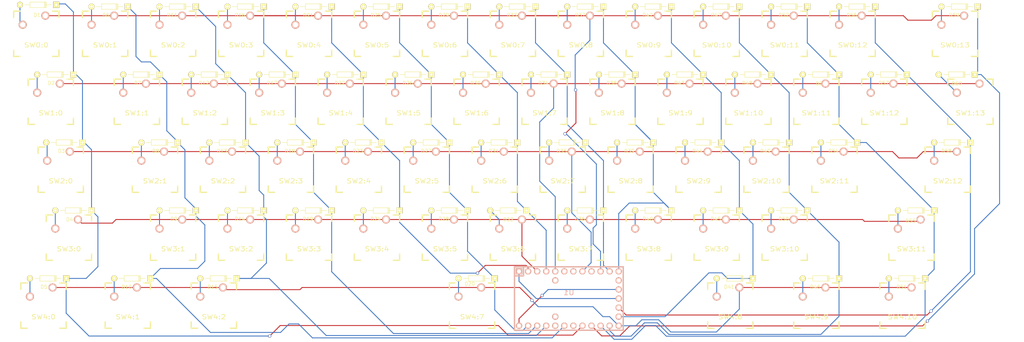
<source format=kicad_pcb>
(kicad_pcb (version 4) (host pcbnew "(2015-01-16 BZR 5376)-product")
  (layers (0 F.Cu signal) (31 B.Cu signal) (34 B.Paste user) (35 F.Paste user) (36 B.SilkS user) (37 F.SilkS user) (38 B.Mask user) (39 F.Mask user) (44 Edge.Cuts user))
  (net 0 "")
  (net 1 "Net-(D1-Pad1)")
  (net 2 /COL0)
  (net 3 "Net-(D2-Pad1)")
  (net 4 "Net-(D3-Pad1)")
  (net 5 "Net-(D4-Pad1)")
  (net 6 "Net-(D5-Pad1)")
  (net 7 "Net-(D6-Pad1)")
  (net 8 /COL1)
  (net 9 "Net-(D7-Pad1)")
  (net 10 "Net-(D8-Pad1)")
  (net 11 "Net-(D9-Pad1)")
  (net 12 "Net-(D10-Pad1)")
  (net 13 "Net-(D11-Pad1)")
  (net 14 /COL2)
  (net 15 "Net-(D12-Pad1)")
  (net 16 "Net-(D13-Pad1)")
  (net 17 "Net-(D14-Pad1)")
  (net 18 "Net-(D15-Pad1)")
  (net 19 "Net-(D16-Pad1)")
  (net 20 /COL3)
  (net 21 "Net-(D17-Pad1)")
  (net 22 "Net-(D18-Pad1)")
  (net 23 "Net-(D19-Pad1)")
  (net 24 "Net-(D20-Pad1)")
  (net 25 /COL10)
  (net 26 "Net-(D21-Pad1)")
  (net 27 /COL4)
  (net 28 "Net-(D22-Pad1)")
  (net 29 "Net-(D23-Pad1)")
  (net 30 "Net-(D24-Pad1)")
  (net 31 "Net-(D25-Pad1)")
  (net 32 /COL5)
  (net 33 "Net-(D26-Pad1)")
  (net 34 "Net-(D27-Pad1)")
  (net 35 "Net-(D28-Pad1)")
  (net 36 "Net-(D29-Pad1)")
  (net 37 /COL6)
  (net 38 "Net-(D30-Pad1)")
  (net 39 "Net-(D31-Pad1)")
  (net 40 "Net-(D32-Pad1)")
  (net 41 "Net-(D33-Pad1)")
  (net 42 "Net-(D34-Pad1)")
  (net 43 "Net-(D35-Pad1)")
  (net 44 "Net-(D36-Pad1)")
  (net 45 "Net-(D37-Pad1)")
  (net 46 /COL8)
  (net 47 "Net-(D38-Pad1)")
  (net 48 "Net-(D39-Pad1)")
  (net 49 "Net-(D40-Pad1)")
  (net 50 "Net-(D41-Pad1)")
  (net 51 /COL11)
  (net 52 "Net-(D42-Pad1)")
  (net 53 "Net-(D43-Pad1)")
  (net 54 "Net-(D44-Pad1)")
  (net 55 "Net-(D45-Pad1)")
  (net 56 "Net-(D46-Pad1)")
  (net 57 /COL12)
  (net 58 "Net-(D47-Pad1)")
  (net 59 "Net-(D48-Pad1)")
  (net 60 "Net-(D49-Pad1)")
  (net 61 "Net-(D50-Pad1)")
  (net 62 "Net-(D51-Pad1)")
  (net 63 /COL13)
  (net 64 "Net-(D52-Pad1)")
  (net 65 "Net-(D53-Pad1)")
  (net 66 "Net-(D54-Pad1)")
  (net 67 "Net-(D55-Pad1)")
  (net 68 "Net-(D56-Pad1)")
  (net 69 "Net-(D57-Pad1)")
  (net 70 "Net-(D58-Pad1)")
  (net 71 "Net-(D59-Pad1)")
  (net 72 "Net-(D60-Pad1)")
  (net 73 /ROW0)
  (net 74 /ROW1)
  (net 75 /ROW2)
  (net 76 /ROW3)
  (net 77 /ROW4)
  (net 78 GND)
  (net 79 VCC)
  (net 80 /COL7)
  (net 81 /COL9)
  (module Diodes_ThroughHole:Diode_DO-35_SOD27_Horizontal_RM10 (layer F.Cu) (at 280.67 135.89)
    (fp_text reference D51 (at -1.4732 2.3876) (layer F.SilkS))
    (fp_text value DIODE hide)
    (pad 1 thru_hole circle (at -5.08 0) (size 1.69926 1.69926) (drill 0.70104) (layers *.Cu *.Mask F.SilkS) (net 62 "Net-(D51-Pad1)"))
    (pad 2 thru_hole rect (at 5.08 0) (size 1.69926 1.69926) (drill 0.70104) (layers *.Cu *.Mask F.SilkS) (net 51 /COL11))
  )
  (module Keyboard:CHERRY_PCB_125H (layer F.Cu) (at 279.4 143.51)
    (fp_text reference SW4:10 (at 0 3.175) (layer F.SilkS) (effects (font (size 1.27 1.524) (thickness 0.2032))))
    (fp_text value RIGHT_CONTROL hide)
    (pad 1 thru_hole circle (at 2.54 -5.08) (size 2.286 2.286) (drill 1.4986) (layers *.Cu *.SilkS *.Mask) (net 77 /ROW4))
    (pad 2 thru_hole circle (at -3.81 -2.54) (size 2.286 2.286) (drill 1.4986) (layers *.Cu *.SilkS *.Mask) (net 62 "Net-(D51-Pad1)"))
    (pad HOLE np_thru_hole circle (at 0 0) (size 3.9878 3.9878) (drill 3.9878) (layers *.Cu))
    (pad HOLE np_thru_hole circle (at -5.08 0) (size 1.7018 1.7018) (drill 1.7018) (layers *.Cu))
    (pad HOLE np_thru_hole circle (at 5.08 0) (size 1.7018 1.7018) (drill 1.7018) (layers *.Cu))
  )
  (module Diodes_ThroughHole:Diode_DO-35_SOD27_Horizontal_RM10 (layer F.Cu) (at 37.084 59.182)
    (fp_text reference D1 (at -0.3048 2.8956) (layer F.SilkS))
    (fp_text value DIODE hide)
    (pad 1 thru_hole circle (at -5.08 0) (size 1.69926 1.69926) (drill 0.70104) (layers *.Cu *.Mask F.SilkS) (net 1 "Net-(D1-Pad1)"))
    (pad 2 thru_hole rect (at 5.08 0) (size 1.69926 1.69926) (drill 0.70104) (layers *.Cu *.Mask F.SilkS) (net 2 /COL0))
  )
  (module Diodes_ThroughHole:Diode_DO-35_SOD27_Horizontal_RM10 (layer F.Cu) (at 41.91 78.74)
    (fp_text reference D2 (at -1.1684 2.3876) (layer F.SilkS))
    (fp_text value DIODE hide)
    (pad 1 thru_hole circle (at -5.08 0) (size 1.69926 1.69926) (drill 0.70104) (layers *.Cu *.Mask F.SilkS) (net 3 "Net-(D2-Pad1)"))
    (pad 2 thru_hole rect (at 5.08 0) (size 1.69926 1.69926) (drill 0.70104) (layers *.Cu *.Mask F.SilkS) (net 2 /COL0))
  )
  (module Diodes_ThroughHole:Diode_DO-35_SOD27_Horizontal_RM10 (layer F.Cu) (at 44.45 97.79)
    (fp_text reference D3 (at -0.8128 2.3876) (layer F.SilkS))
    (fp_text value DIODE hide)
    (pad 1 thru_hole circle (at -5.08 0) (size 1.69926 1.69926) (drill 0.70104) (layers *.Cu *.Mask F.SilkS) (net 4 "Net-(D3-Pad1)"))
    (pad 2 thru_hole rect (at 5.08 0) (size 1.69926 1.69926) (drill 0.70104) (layers *.Cu *.Mask F.SilkS) (net 2 /COL0))
  )
  (module Diodes_ThroughHole:Diode_DO-35_SOD27_Horizontal_RM10 (layer F.Cu) (at 46.99 116.84)
    (fp_text reference D4 (at -1.0668 2.54) (layer F.SilkS))
    (fp_text value DIODE hide)
    (pad 1 thru_hole circle (at -5.08 0) (size 1.69926 1.69926) (drill 0.70104) (layers *.Cu *.Mask F.SilkS) (net 5 "Net-(D4-Pad1)"))
    (pad 2 thru_hole rect (at 5.08 0) (size 1.69926 1.69926) (drill 0.70104) (layers *.Cu *.Mask F.SilkS) (net 2 /COL0))
  )
  (module Diodes_ThroughHole:Diode_DO-35_SOD27_Horizontal_RM10 (layer F.Cu) (at 39.878 135.89)
    (fp_text reference D5 (at -1.1684 2.3876) (layer F.SilkS))
    (fp_text value DIODE hide)
    (pad 1 thru_hole circle (at -5.08 0) (size 1.69926 1.69926) (drill 0.70104) (layers *.Cu *.Mask F.SilkS) (net 6 "Net-(D5-Pad1)"))
    (pad 2 thru_hole rect (at 5.08 0) (size 1.69926 1.69926) (drill 0.70104) (layers *.Cu *.Mask F.SilkS) (net 2 /COL0))
  )
  (module Diodes_ThroughHole:Diode_DO-35_SOD27_Horizontal_RM10 (layer F.Cu) (at 57.15 59.69)
    (fp_text reference D6 (at -1.0668 2.3876) (layer F.SilkS))
    (fp_text value DIODE hide)
    (pad 1 thru_hole circle (at -5.08 0) (size 1.69926 1.69926) (drill 0.70104) (layers *.Cu *.Mask F.SilkS) (net 7 "Net-(D6-Pad1)"))
    (pad 2 thru_hole rect (at 5.08 0) (size 1.69926 1.69926) (drill 0.70104) (layers *.Cu *.Mask F.SilkS) (net 8 /COL1))
  )
  (module Diodes_ThroughHole:Diode_DO-35_SOD27_Horizontal_RM10 (layer F.Cu) (at 66.04 78.74)
    (fp_text reference D7 (at -1.016 2.3876) (layer F.SilkS))
    (fp_text value DIODE hide)
    (pad 1 thru_hole circle (at -5.08 0) (size 1.69926 1.69926) (drill 0.70104) (layers *.Cu *.Mask F.SilkS) (net 9 "Net-(D7-Pad1)"))
    (pad 2 thru_hole rect (at 5.08 0) (size 1.69926 1.69926) (drill 0.70104) (layers *.Cu *.Mask F.SilkS) (net 8 /COL1))
  )
  (module Diodes_ThroughHole:Diode_DO-35_SOD27_Horizontal_RM10 (layer F.Cu) (at 71.12 97.79)
    (fp_text reference D8 (at -1.0668 2.3876) (layer F.SilkS))
    (fp_text value DIODE hide)
    (pad 1 thru_hole circle (at -5.08 0) (size 1.69926 1.69926) (drill 0.70104) (layers *.Cu *.Mask F.SilkS) (net 10 "Net-(D8-Pad1)"))
    (pad 2 thru_hole rect (at 5.08 0) (size 1.69926 1.69926) (drill 0.70104) (layers *.Cu *.Mask F.SilkS) (net 8 /COL1))
  )
  (module Diodes_ThroughHole:Diode_DO-35_SOD27_Horizontal_RM10 (layer F.Cu) (at 76.2 116.84)
    (fp_text reference D9 (at -1.0668 2.3876) (layer F.SilkS))
    (fp_text value DIODE hide)
    (pad 1 thru_hole circle (at -5.08 0) (size 1.69926 1.69926) (drill 0.70104) (layers *.Cu *.Mask F.SilkS) (net 11 "Net-(D9-Pad1)"))
    (pad 2 thru_hole rect (at 5.08 0) (size 1.69926 1.69926) (drill 0.70104) (layers *.Cu *.Mask F.SilkS) (net 8 /COL1))
  )
  (module Diodes_ThroughHole:Diode_DO-35_SOD27_Horizontal_RM10 (layer F.Cu) (at 63.5 135.89)
    (fp_text reference D10 (at -1.5748 2.3876) (layer F.SilkS))
    (fp_text value DIODE hide)
    (pad 1 thru_hole circle (at -5.08 0) (size 1.69926 1.69926) (drill 0.70104) (layers *.Cu *.Mask F.SilkS) (net 12 "Net-(D10-Pad1)"))
    (pad 2 thru_hole rect (at 5.08 0) (size 1.69926 1.69926) (drill 0.70104) (layers *.Cu *.Mask F.SilkS) (net 8 /COL1))
  )
  (module Diodes_ThroughHole:Diode_DO-35_SOD27_Horizontal_RM10 (layer F.Cu) (at 76.2 59.69)
    (fp_text reference D11 (at -1.524 2.3876) (layer F.SilkS))
    (fp_text value DIODE hide)
    (pad 1 thru_hole circle (at -5.08 0) (size 1.69926 1.69926) (drill 0.70104) (layers *.Cu *.Mask F.SilkS) (net 13 "Net-(D11-Pad1)"))
    (pad 2 thru_hole rect (at 5.08 0) (size 1.69926 1.69926) (drill 0.70104) (layers *.Cu *.Mask F.SilkS) (net 14 /COL2))
  )
  (module Diodes_ThroughHole:Diode_DO-35_SOD27_Horizontal_RM10 (layer F.Cu) (at 85.09 78.74)
    (fp_text reference D12 (at -1.524 2.3876) (layer F.SilkS))
    (fp_text value DIODE hide)
    (pad 1 thru_hole circle (at -5.08 0) (size 1.69926 1.69926) (drill 0.70104) (layers *.Cu *.Mask F.SilkS) (net 15 "Net-(D12-Pad1)"))
    (pad 2 thru_hole rect (at 5.08 0) (size 1.69926 1.69926) (drill 0.70104) (layers *.Cu *.Mask F.SilkS) (net 14 /COL2))
  )
  (module Diodes_ThroughHole:Diode_DO-35_SOD27_Horizontal_RM10 (layer F.Cu) (at 90.17 97.79)
    (fp_text reference D13 (at -1.524 2.3876) (layer F.SilkS))
    (fp_text value DIODE hide)
    (pad 1 thru_hole circle (at -5.08 0) (size 1.69926 1.69926) (drill 0.70104) (layers *.Cu *.Mask F.SilkS) (net 16 "Net-(D13-Pad1)"))
    (pad 2 thru_hole rect (at 5.08 0) (size 1.69926 1.69926) (drill 0.70104) (layers *.Cu *.Mask F.SilkS) (net 14 /COL2))
  )
  (module Diodes_ThroughHole:Diode_DO-35_SOD27_Horizontal_RM10 (layer F.Cu) (at 95.25 116.84)
    (fp_text reference D14 (at -1.5748 2.3876) (layer F.SilkS))
    (fp_text value DIODE hide)
    (pad 1 thru_hole circle (at -5.08 0) (size 1.69926 1.69926) (drill 0.70104) (layers *.Cu *.Mask F.SilkS) (net 17 "Net-(D14-Pad1)"))
    (pad 2 thru_hole rect (at 5.08 0) (size 1.69926 1.69926) (drill 0.70104) (layers *.Cu *.Mask F.SilkS) (net 14 /COL2))
  )
  (module Diodes_ThroughHole:Diode_DO-35_SOD27_Horizontal_RM10 (layer F.Cu) (at 87.63 135.89)
    (fp_text reference D15 (at -1.6256 2.3876) (layer F.SilkS))
    (fp_text value DIODE hide)
    (pad 1 thru_hole circle (at -5.08 0) (size 1.69926 1.69926) (drill 0.70104) (layers *.Cu *.Mask F.SilkS) (net 18 "Net-(D15-Pad1)"))
    (pad 2 thru_hole rect (at 5.08 0) (size 1.69926 1.69926) (drill 0.70104) (layers *.Cu *.Mask F.SilkS) (net 14 /COL2))
  )
  (module Diodes_ThroughHole:Diode_DO-35_SOD27_Horizontal_RM10 (layer F.Cu) (at 95.25 59.69)
    (fp_text reference D16 (at -1.5748 2.3876) (layer F.SilkS))
    (fp_text value DIODE hide)
    (pad 1 thru_hole circle (at -5.08 0) (size 1.69926 1.69926) (drill 0.70104) (layers *.Cu *.Mask F.SilkS) (net 19 "Net-(D16-Pad1)"))
    (pad 2 thru_hole rect (at 5.08 0) (size 1.69926 1.69926) (drill 0.70104) (layers *.Cu *.Mask F.SilkS) (net 20 /COL3))
  )
  (module Diodes_ThroughHole:Diode_DO-35_SOD27_Horizontal_RM10 (layer F.Cu) (at 104.14 78.74)
    (fp_text reference D17 (at -1.4732 2.3876) (layer F.SilkS))
    (fp_text value DIODE hide)
    (pad 1 thru_hole circle (at -5.08 0) (size 1.69926 1.69926) (drill 0.70104) (layers *.Cu *.Mask F.SilkS) (net 21 "Net-(D17-Pad1)"))
    (pad 2 thru_hole rect (at 5.08 0) (size 1.69926 1.69926) (drill 0.70104) (layers *.Cu *.Mask F.SilkS) (net 20 /COL3))
  )
  (module Diodes_ThroughHole:Diode_DO-35_SOD27_Horizontal_RM10 (layer F.Cu) (at 109.22 97.79)
    (fp_text reference D18 (at -1.524 2.3876) (layer F.SilkS))
    (fp_text value DIODE hide)
    (pad 1 thru_hole circle (at -5.08 0) (size 1.69926 1.69926) (drill 0.70104) (layers *.Cu *.Mask F.SilkS) (net 22 "Net-(D18-Pad1)"))
    (pad 2 thru_hole rect (at 5.08 0) (size 1.69926 1.69926) (drill 0.70104) (layers *.Cu *.Mask F.SilkS) (net 20 /COL3))
  )
  (module Diodes_ThroughHole:Diode_DO-35_SOD27_Horizontal_RM10 (layer F.Cu) (at 114.3 116.84)
    (fp_text reference D19 (at -1.524 2.3876) (layer F.SilkS))
    (fp_text value DIODE hide)
    (pad 1 thru_hole circle (at -5.08 0) (size 1.69926 1.69926) (drill 0.70104) (layers *.Cu *.Mask F.SilkS) (net 23 "Net-(D19-Pad1)"))
    (pad 2 thru_hole rect (at 5.08 0) (size 1.69926 1.69926) (drill 0.70104) (layers *.Cu *.Mask F.SilkS) (net 20 /COL3))
  )
  (module Diodes_ThroughHole:Diode_DO-35_SOD27_Horizontal_RM10 (layer F.Cu) (at 160.02 135.89)
    (fp_text reference D20 (at -1.9304 1.524) (layer F.SilkS))
    (fp_text value DIODE hide)
    (pad 1 thru_hole circle (at -5.08 0) (size 1.69926 1.69926) (drill 0.70104) (layers *.Cu *.Mask F.SilkS) (net 24 "Net-(D20-Pad1)"))
    (pad 2 thru_hole rect (at 5.08 0) (size 1.69926 1.69926) (drill 0.70104) (layers *.Cu *.Mask F.SilkS) (net 32 /COL5))
  )
  (module Diodes_ThroughHole:Diode_DO-35_SOD27_Horizontal_RM10 (layer F.Cu) (at 114.3 59.69)
    (fp_text reference D21 (at -1.4732 2.4384) (layer F.SilkS))
    (fp_text value DIODE hide)
    (pad 1 thru_hole circle (at -5.08 0) (size 1.69926 1.69926) (drill 0.70104) (layers *.Cu *.Mask F.SilkS) (net 26 "Net-(D21-Pad1)"))
    (pad 2 thru_hole rect (at 5.08 0) (size 1.69926 1.69926) (drill 0.70104) (layers *.Cu *.Mask F.SilkS) (net 27 /COL4))
  )
  (module Diodes_ThroughHole:Diode_DO-35_SOD27_Horizontal_RM10 (layer F.Cu) (at 123.19 78.74)
    (fp_text reference D22 (at -1.524 2.3876) (layer F.SilkS))
    (fp_text value DIODE hide)
    (pad 1 thru_hole circle (at -5.08 0) (size 1.69926 1.69926) (drill 0.70104) (layers *.Cu *.Mask F.SilkS) (net 28 "Net-(D22-Pad1)"))
    (pad 2 thru_hole rect (at 5.08 0) (size 1.69926 1.69926) (drill 0.70104) (layers *.Cu *.Mask F.SilkS) (net 27 /COL4))
  )
  (module Diodes_ThroughHole:Diode_DO-35_SOD27_Horizontal_RM10 (layer F.Cu) (at 128.27 97.79)
    (fp_text reference D23 (at -1.524 2.3876) (layer F.SilkS))
    (fp_text value DIODE hide)
    (pad 1 thru_hole circle (at -5.08 0) (size 1.69926 1.69926) (drill 0.70104) (layers *.Cu *.Mask F.SilkS) (net 29 "Net-(D23-Pad1)"))
    (pad 2 thru_hole rect (at 5.08 0) (size 1.69926 1.69926) (drill 0.70104) (layers *.Cu *.Mask F.SilkS) (net 27 /COL4))
  )
  (module Diodes_ThroughHole:Diode_DO-35_SOD27_Horizontal_RM10 (layer F.Cu) (at 133.35 116.84)
    (fp_text reference D24 (at -1.6256 2.3876) (layer F.SilkS))
    (fp_text value DIODE hide)
    (pad 1 thru_hole circle (at -5.08 0) (size 1.69926 1.69926) (drill 0.70104) (layers *.Cu *.Mask F.SilkS) (net 30 "Net-(D24-Pad1)"))
    (pad 2 thru_hole rect (at 5.08 0) (size 1.69926 1.69926) (drill 0.70104) (layers *.Cu *.Mask F.SilkS) (net 27 /COL4))
  )
  (module Diodes_ThroughHole:Diode_DO-35_SOD27_Horizontal_RM10 (layer F.Cu) (at 133.35 59.69)
    (fp_text reference D25 (at -1.5748 2.3876) (layer F.SilkS))
    (fp_text value DIODE hide)
    (pad 1 thru_hole circle (at -5.08 0) (size 1.69926 1.69926) (drill 0.70104) (layers *.Cu *.Mask F.SilkS) (net 31 "Net-(D25-Pad1)"))
    (pad 2 thru_hole rect (at 5.08 0) (size 1.69926 1.69926) (drill 0.70104) (layers *.Cu *.Mask F.SilkS) (net 32 /COL5))
  )
  (module Diodes_ThroughHole:Diode_DO-35_SOD27_Horizontal_RM10 (layer F.Cu) (at 142.24 78.74)
    (fp_text reference D26 (at -1.524 2.3876) (layer F.SilkS))
    (fp_text value DIODE hide)
    (pad 1 thru_hole circle (at -5.08 0) (size 1.69926 1.69926) (drill 0.70104) (layers *.Cu *.Mask F.SilkS) (net 33 "Net-(D26-Pad1)"))
    (pad 2 thru_hole rect (at 5.08 0) (size 1.69926 1.69926) (drill 0.70104) (layers *.Cu *.Mask F.SilkS) (net 32 /COL5))
  )
  (module Diodes_ThroughHole:Diode_DO-35_SOD27_Horizontal_RM10 (layer F.Cu) (at 147.32 97.79)
    (fp_text reference D27 (at -1.4224 2.3876) (layer F.SilkS))
    (fp_text value DIODE hide)
    (pad 1 thru_hole circle (at -5.08 0) (size 1.69926 1.69926) (drill 0.70104) (layers *.Cu *.Mask F.SilkS) (net 34 "Net-(D27-Pad1)"))
    (pad 2 thru_hole rect (at 5.08 0) (size 1.69926 1.69926) (drill 0.70104) (layers *.Cu *.Mask F.SilkS) (net 32 /COL5))
  )
  (module Diodes_ThroughHole:Diode_DO-35_SOD27_Horizontal_RM10 (layer F.Cu) (at 152.4 116.84)
    (fp_text reference D28 (at -1.5748 2.3876) (layer F.SilkS))
    (fp_text value DIODE hide)
    (pad 1 thru_hole circle (at -5.08 0) (size 1.69926 1.69926) (drill 0.70104) (layers *.Cu *.Mask F.SilkS) (net 35 "Net-(D28-Pad1)"))
    (pad 2 thru_hole rect (at 5.08 0) (size 1.69926 1.69926) (drill 0.70104) (layers *.Cu *.Mask F.SilkS) (net 32 /COL5))
  )
  (module Diodes_ThroughHole:Diode_DO-35_SOD27_Horizontal_RM10 (layer F.Cu) (at 152.4 59.69)
    (fp_text reference D29 (at -1.5748 2.3876) (layer F.SilkS))
    (fp_text value DIODE hide)
    (pad 1 thru_hole circle (at -5.08 0) (size 1.69926 1.69926) (drill 0.70104) (layers *.Cu *.Mask F.SilkS) (net 36 "Net-(D29-Pad1)"))
    (pad 2 thru_hole rect (at 5.08 0) (size 1.69926 1.69926) (drill 0.70104) (layers *.Cu *.Mask F.SilkS) (net 37 /COL6))
  )
  (module Diodes_ThroughHole:Diode_DO-35_SOD27_Horizontal_RM10 (layer F.Cu) (at 161.29 78.74)
    (fp_text reference D30 (at -1.5748 2.3876) (layer F.SilkS))
    (fp_text value DIODE hide)
    (pad 1 thru_hole circle (at -5.08 0) (size 1.69926 1.69926) (drill 0.70104) (layers *.Cu *.Mask F.SilkS) (net 38 "Net-(D30-Pad1)"))
    (pad 2 thru_hole rect (at 5.08 0) (size 1.69926 1.69926) (drill 0.70104) (layers *.Cu *.Mask F.SilkS) (net 37 /COL6))
  )
  (module Diodes_ThroughHole:Diode_DO-35_SOD27_Horizontal_RM10 (layer F.Cu) (at 166.37 97.79)
    (fp_text reference D31 (at -1.524 2.3876) (layer F.SilkS))
    (fp_text value DIODE hide)
    (pad 1 thru_hole circle (at -5.08 0) (size 1.69926 1.69926) (drill 0.70104) (layers *.Cu *.Mask F.SilkS) (net 39 "Net-(D31-Pad1)"))
    (pad 2 thru_hole rect (at 5.08 0) (size 1.69926 1.69926) (drill 0.70104) (layers *.Cu *.Mask F.SilkS) (net 37 /COL6))
  )
  (module Diodes_ThroughHole:Diode_DO-35_SOD27_Horizontal_RM10 (layer F.Cu) (at 168.91 116.84)
    (fp_text reference D32 (at 0 2.54) (layer F.SilkS))
    (fp_text value DIODE hide)
    (pad 1 thru_hole circle (at -5.08 0) (size 1.69926 1.69926) (drill 0.70104) (layers *.Cu *.Mask F.SilkS) (net 40 "Net-(D32-Pad1)"))
    (pad 2 thru_hole rect (at 5.08 0) (size 1.69926 1.69926) (drill 0.70104) (layers *.Cu *.Mask F.SilkS) (net 37 /COL6))
  )
  (module Diodes_ThroughHole:Diode_DO-35_SOD27_Horizontal_RM10 (layer F.Cu) (at 171.45 59.69)
    (fp_text reference D33 (at -1.524 2.3876) (layer F.SilkS))
    (fp_text value DIODE hide)
    (pad 1 thru_hole circle (at -5.08 0) (size 1.69926 1.69926) (drill 0.70104) (layers *.Cu *.Mask F.SilkS) (net 41 "Net-(D33-Pad1)"))
    (pad 2 thru_hole rect (at 5.08 0) (size 1.69926 1.69926) (drill 0.70104) (layers *.Cu *.Mask F.SilkS) (net 80 /COL7))
  )
  (module Diodes_ThroughHole:Diode_DO-35_SOD27_Horizontal_RM10 (layer F.Cu) (at 180.34 78.74)
    (fp_text reference D34 (at -1.5748 2.3876) (layer F.SilkS))
    (fp_text value DIODE hide)
    (pad 1 thru_hole circle (at -5.08 0) (size 1.69926 1.69926) (drill 0.70104) (layers *.Cu *.Mask F.SilkS) (net 42 "Net-(D34-Pad1)"))
    (pad 2 thru_hole rect (at 5.08 0) (size 1.69926 1.69926) (drill 0.70104) (layers *.Cu *.Mask F.SilkS) (net 80 /COL7))
  )
  (module Diodes_ThroughHole:Diode_DO-35_SOD27_Horizontal_RM10 (layer F.Cu) (at 185.42 97.79)
    (fp_text reference D35 (at -1.524 2.3876) (layer F.SilkS))
    (fp_text value DIODE hide)
    (pad 1 thru_hole circle (at -5.08 0) (size 1.69926 1.69926) (drill 0.70104) (layers *.Cu *.Mask F.SilkS) (net 43 "Net-(D35-Pad1)"))
    (pad 2 thru_hole rect (at 5.08 0) (size 1.69926 1.69926) (drill 0.70104) (layers *.Cu *.Mask F.SilkS) (net 80 /COL7))
  )
  (module Diodes_ThroughHole:Diode_DO-35_SOD27_Horizontal_RM10 (layer F.Cu) (at 190.5 116.84)
    (fp_text reference D36 (at -1.524 2.3876) (layer F.SilkS))
    (fp_text value DIODE hide)
    (pad 1 thru_hole circle (at -5.08 0) (size 1.69926 1.69926) (drill 0.70104) (layers *.Cu *.Mask F.SilkS) (net 44 "Net-(D36-Pad1)"))
    (pad 2 thru_hole rect (at 5.08 0) (size 1.69926 1.69926) (drill 0.70104) (layers *.Cu *.Mask F.SilkS) (net 80 /COL7))
  )
  (module Diodes_ThroughHole:Diode_DO-35_SOD27_Horizontal_RM10 (layer F.Cu) (at 190.5 59.69)
    (fp_text reference D37 (at -1.4224 2.3876) (layer F.SilkS))
    (fp_text value DIODE hide)
    (pad 1 thru_hole circle (at -5.08 0) (size 1.69926 1.69926) (drill 0.70104) (layers *.Cu *.Mask F.SilkS) (net 45 "Net-(D37-Pad1)"))
    (pad 2 thru_hole rect (at 5.08 0) (size 1.69926 1.69926) (drill 0.70104) (layers *.Cu *.Mask F.SilkS) (net 46 /COL8))
  )
  (module Diodes_ThroughHole:Diode_DO-35_SOD27_Horizontal_RM10 (layer F.Cu) (at 199.39 78.74)
    (fp_text reference D38 (at -1.524 2.3876) (layer F.SilkS))
    (fp_text value DIODE hide)
    (pad 1 thru_hole circle (at -5.08 0) (size 1.69926 1.69926) (drill 0.70104) (layers *.Cu *.Mask F.SilkS) (net 47 "Net-(D38-Pad1)"))
    (pad 2 thru_hole rect (at 5.08 0) (size 1.69926 1.69926) (drill 0.70104) (layers *.Cu *.Mask F.SilkS) (net 46 /COL8))
  )
  (module Diodes_ThroughHole:Diode_DO-35_SOD27_Horizontal_RM10 (layer F.Cu) (at 204.47 97.79)
    (fp_text reference D39 (at -1.6256 2.3876) (layer F.SilkS))
    (fp_text value DIODE hide)
    (pad 1 thru_hole circle (at -5.08 0) (size 1.69926 1.69926) (drill 0.70104) (layers *.Cu *.Mask F.SilkS) (net 48 "Net-(D39-Pad1)"))
    (pad 2 thru_hole rect (at 5.08 0) (size 1.69926 1.69926) (drill 0.70104) (layers *.Cu *.Mask F.SilkS) (net 46 /COL8))
  )
  (module Diodes_ThroughHole:Diode_DO-35_SOD27_Horizontal_RM10 (layer F.Cu) (at 209.55 116.84)
    (fp_text reference D40 (at -1.524 2.3876) (layer F.SilkS))
    (fp_text value DIODE hide)
    (pad 1 thru_hole circle (at -5.08 0) (size 1.69926 1.69926) (drill 0.70104) (layers *.Cu *.Mask F.SilkS) (net 49 "Net-(D40-Pad1)"))
    (pad 2 thru_hole rect (at 5.08 0) (size 1.69926 1.69926) (drill 0.70104) (layers *.Cu *.Mask F.SilkS) (net 46 /COL8))
  )
  (module Diodes_ThroughHole:Diode_DO-35_SOD27_Horizontal_RM10 (layer F.Cu) (at 232.41 135.89)
    (fp_text reference D41 (at -1.5748 2.3876) (layer F.SilkS))
    (fp_text value DIODE hide)
    (pad 1 thru_hole circle (at -5.08 0) (size 1.69926 1.69926) (drill 0.70104) (layers *.Cu *.Mask F.SilkS) (net 50 "Net-(D41-Pad1)"))
    (pad 2 thru_hole rect (at 5.08 0) (size 1.69926 1.69926) (drill 0.70104) (layers *.Cu *.Mask F.SilkS) (net 81 /COL9))
  )
  (module Diodes_ThroughHole:Diode_DO-35_SOD27_Horizontal_RM10 (layer F.Cu) (at 209.55 59.69)
    (fp_text reference D42 (at -1.5748 2.3876) (layer F.SilkS))
    (fp_text value DIODE hide)
    (pad 1 thru_hole circle (at -5.08 0) (size 1.69926 1.69926) (drill 0.70104) (layers *.Cu *.Mask F.SilkS) (net 52 "Net-(D42-Pad1)"))
    (pad 2 thru_hole rect (at 5.08 0) (size 1.69926 1.69926) (drill 0.70104) (layers *.Cu *.Mask F.SilkS) (net 81 /COL9))
  )
  (module Diodes_ThroughHole:Diode_DO-35_SOD27_Horizontal_RM10 (layer F.Cu) (at 218.44 78.74)
    (fp_text reference D43 (at -1.5748 2.3876) (layer F.SilkS))
    (fp_text value DIODE hide)
    (pad 1 thru_hole circle (at -5.08 0) (size 1.69926 1.69926) (drill 0.70104) (layers *.Cu *.Mask F.SilkS) (net 53 "Net-(D43-Pad1)"))
    (pad 2 thru_hole rect (at 5.08 0) (size 1.69926 1.69926) (drill 0.70104) (layers *.Cu *.Mask F.SilkS) (net 81 /COL9))
  )
  (module Diodes_ThroughHole:Diode_DO-35_SOD27_Horizontal_RM10 (layer F.Cu) (at 223.52 97.79)
    (fp_text reference D44 (at -1.5748 2.3876) (layer F.SilkS))
    (fp_text value DIODE hide)
    (pad 1 thru_hole circle (at -5.08 0) (size 1.69926 1.69926) (drill 0.70104) (layers *.Cu *.Mask F.SilkS) (net 54 "Net-(D44-Pad1)"))
    (pad 2 thru_hole rect (at 5.08 0) (size 1.69926 1.69926) (drill 0.70104) (layers *.Cu *.Mask F.SilkS) (net 81 /COL9))
  )
  (module Diodes_ThroughHole:Diode_DO-35_SOD27_Horizontal_RM10 (layer F.Cu) (at 228.6 116.84)
    (fp_text reference D45 (at -1.524 2.3876) (layer F.SilkS))
    (fp_text value DIODE hide)
    (pad 1 thru_hole circle (at -5.08 0) (size 1.69926 1.69926) (drill 0.70104) (layers *.Cu *.Mask F.SilkS) (net 55 "Net-(D45-Pad1)"))
    (pad 2 thru_hole rect (at 5.08 0) (size 1.69926 1.69926) (drill 0.70104) (layers *.Cu *.Mask F.SilkS) (net 81 /COL9))
  )
  (module Diodes_ThroughHole:Diode_DO-35_SOD27_Horizontal_RM10 (layer F.Cu) (at 256.54 135.89)
    (fp_text reference D46 (at -1.5748 2.3876) (layer F.SilkS))
    (fp_text value DIODE hide)
    (pad 1 thru_hole circle (at -5.08 0) (size 1.69926 1.69926) (drill 0.70104) (layers *.Cu *.Mask F.SilkS) (net 56 "Net-(D46-Pad1)"))
    (pad 2 thru_hole rect (at 5.08 0) (size 1.69926 1.69926) (drill 0.70104) (layers *.Cu *.Mask F.SilkS) (net 25 /COL10))
  )
  (module Diodes_ThroughHole:Diode_DO-35_SOD27_Horizontal_RM10 (layer F.Cu) (at 228.6 59.69)
    (fp_text reference D47 (at -1.4224 2.3876) (layer F.SilkS))
    (fp_text value DIODE hide)
    (pad 1 thru_hole circle (at -5.08 0) (size 1.69926 1.69926) (drill 0.70104) (layers *.Cu *.Mask F.SilkS) (net 58 "Net-(D47-Pad1)"))
    (pad 2 thru_hole rect (at 5.08 0) (size 1.69926 1.69926) (drill 0.70104) (layers *.Cu *.Mask F.SilkS) (net 25 /COL10))
  )
  (module Diodes_ThroughHole:Diode_DO-35_SOD27_Horizontal_RM10 (layer F.Cu) (at 237.49 78.74)
    (fp_text reference D48 (at -1.5748 2.3876) (layer F.SilkS))
    (fp_text value DIODE hide)
    (pad 1 thru_hole circle (at -5.08 0) (size 1.69926 1.69926) (drill 0.70104) (layers *.Cu *.Mask F.SilkS) (net 59 "Net-(D48-Pad1)"))
    (pad 2 thru_hole rect (at 5.08 0) (size 1.69926 1.69926) (drill 0.70104) (layers *.Cu *.Mask F.SilkS) (net 25 /COL10))
  )
  (module Diodes_ThroughHole:Diode_DO-35_SOD27_Horizontal_RM10 (layer F.Cu) (at 242.57 97.79)
    (fp_text reference D49 (at -1.5748 2.3876) (layer F.SilkS))
    (fp_text value DIODE hide)
    (pad 1 thru_hole circle (at -5.08 0) (size 1.69926 1.69926) (drill 0.70104) (layers *.Cu *.Mask F.SilkS) (net 60 "Net-(D49-Pad1)"))
    (pad 2 thru_hole rect (at 5.08 0) (size 1.69926 1.69926) (drill 0.70104) (layers *.Cu *.Mask F.SilkS) (net 25 /COL10))
  )
  (module Diodes_ThroughHole:Diode_DO-35_SOD27_Horizontal_RM10 (layer F.Cu) (at 247.65 116.84)
    (fp_text reference D50 (at -1.524 2.3876) (layer F.SilkS))
    (fp_text value DIODE hide)
    (pad 1 thru_hole circle (at -5.08 0) (size 1.69926 1.69926) (drill 0.70104) (layers *.Cu *.Mask F.SilkS) (net 61 "Net-(D50-Pad1)"))
    (pad 2 thru_hole rect (at 5.08 0) (size 1.69926 1.69926) (drill 0.70104) (layers *.Cu *.Mask F.SilkS) (net 25 /COL10))
  )
  (module Diodes_ThroughHole:Diode_DO-35_SOD27_Horizontal_RM10 (layer F.Cu) (at 247.65 59.69)
    (fp_text reference D52 (at -1.524 2.3876) (layer F.SilkS))
    (fp_text value DIODE hide)
    (pad 1 thru_hole circle (at -5.08 0) (size 1.69926 1.69926) (drill 0.70104) (layers *.Cu *.Mask F.SilkS) (net 64 "Net-(D52-Pad1)"))
    (pad 2 thru_hole rect (at 5.08 0) (size 1.69926 1.69926) (drill 0.70104) (layers *.Cu *.Mask F.SilkS) (net 51 /COL11))
  )
  (module Diodes_ThroughHole:Diode_DO-35_SOD27_Horizontal_RM10 (layer F.Cu) (at 256.54 78.74)
    (fp_text reference D53 (at 0 2.54) (layer F.SilkS))
    (fp_text value DIODE hide)
    (pad 1 thru_hole circle (at -5.08 0) (size 1.69926 1.69926) (drill 0.70104) (layers *.Cu *.Mask F.SilkS) (net 65 "Net-(D53-Pad1)"))
    (pad 2 thru_hole rect (at 5.08 0) (size 1.69926 1.69926) (drill 0.70104) (layers *.Cu *.Mask F.SilkS) (net 51 /COL11))
  )
  (module Diodes_ThroughHole:Diode_DO-35_SOD27_Horizontal_RM10 (layer F.Cu) (at 261.62 97.79)
    (fp_text reference D54 (at -1.524 2.3876) (layer F.SilkS))
    (fp_text value DIODE hide)
    (pad 1 thru_hole circle (at -5.08 0) (size 1.69926 1.69926) (drill 0.70104) (layers *.Cu *.Mask F.SilkS) (net 66 "Net-(D54-Pad1)"))
    (pad 2 thru_hole rect (at 5.08 0) (size 1.69926 1.69926) (drill 0.70104) (layers *.Cu *.Mask F.SilkS) (net 51 /COL11))
  )
  (module Diodes_ThroughHole:Diode_DO-35_SOD27_Horizontal_RM10 (layer F.Cu) (at 283.21 116.84)
    (fp_text reference D55 (at -1.524 2.8956) (layer F.SilkS))
    (fp_text value DIODE hide)
    (pad 1 thru_hole circle (at -5.08 0) (size 1.69926 1.69926) (drill 0.70104) (layers *.Cu *.Mask F.SilkS) (net 67 "Net-(D55-Pad1)"))
    (pad 2 thru_hole rect (at 5.08 0) (size 1.69926 1.69926) (drill 0.70104) (layers *.Cu *.Mask F.SilkS) (net 51 /COL11))
  )
  (module Diodes_ThroughHole:Diode_DO-35_SOD27_Horizontal_RM10 (layer F.Cu) (at 266.7 59.69)
    (fp_text reference D56 (at -1.524 2.3876) (layer F.SilkS))
    (fp_text value DIODE hide)
    (pad 1 thru_hole circle (at -5.08 0) (size 1.69926 1.69926) (drill 0.70104) (layers *.Cu *.Mask F.SilkS) (net 68 "Net-(D56-Pad1)"))
    (pad 2 thru_hole rect (at 5.08 0) (size 1.69926 1.69926) (drill 0.70104) (layers *.Cu *.Mask F.SilkS) (net 57 /COL12))
  )
  (module Diodes_ThroughHole:Diode_DO-35_SOD27_Horizontal_RM10 (layer F.Cu) (at 275.59 78.74)
    (fp_text reference D57 (at -1.4224 2.3876) (layer F.SilkS))
    (fp_text value DIODE hide)
    (pad 1 thru_hole circle (at -5.08 0) (size 1.69926 1.69926) (drill 0.70104) (layers *.Cu *.Mask F.SilkS) (net 69 "Net-(D57-Pad1)"))
    (pad 2 thru_hole rect (at 5.08 0) (size 1.69926 1.69926) (drill 0.70104) (layers *.Cu *.Mask F.SilkS) (net 57 /COL12))
  )
  (module Diodes_ThroughHole:Diode_DO-35_SOD27_Horizontal_RM10 (layer F.Cu) (at 293.37 97.79)
    (fp_text reference D58 (at -1.6256 2.3876) (layer F.SilkS))
    (fp_text value DIODE hide)
    (pad 1 thru_hole circle (at -5.08 0) (size 1.69926 1.69926) (drill 0.70104) (layers *.Cu *.Mask F.SilkS) (net 70 "Net-(D58-Pad1)"))
    (pad 2 thru_hole rect (at 5.08 0) (size 1.69926 1.69926) (drill 0.70104) (layers *.Cu *.Mask F.SilkS) (net 57 /COL12))
  )
  (module Diodes_ThroughHole:Diode_DO-35_SOD27_Horizontal_RM10 (layer F.Cu) (at 295.402 59.69)
    (fp_text reference D59 (at -1.524 2.3876) (layer F.SilkS))
    (fp_text value DIODE hide)
    (pad 1 thru_hole circle (at -5.08 0) (size 1.69926 1.69926) (drill 0.70104) (layers *.Cu *.Mask F.SilkS) (net 71 "Net-(D59-Pad1)"))
    (pad 2 thru_hole rect (at 5.08 0) (size 1.69926 1.69926) (drill 0.70104) (layers *.Cu *.Mask F.SilkS) (net 63 /COL13))
  )
  (module Diodes_ThroughHole:Diode_DO-35_SOD27_Horizontal_RM10 (layer F.Cu) (at 294.64 78.74)
    (fp_text reference D60 (at 0 2.54) (layer F.SilkS))
    (fp_text value DIODE hide)
    (pad 1 thru_hole circle (at -5.08 0) (size 1.69926 1.69926) (drill 0.70104) (layers *.Cu *.Mask F.SilkS) (net 72 "Net-(D60-Pad1)"))
    (pad 2 thru_hole rect (at 5.08 0) (size 1.69926 1.69926) (drill 0.70104) (layers *.Cu *.Mask F.SilkS) (net 63 /COL13))
  )
  (module Keyboard:CHERRY_PCB_100H (layer F.Cu) (at 36.576 67.31)
    (fp_text reference SW0:0 (at 0 3.175) (layer F.SilkS) (effects (font (size 1.27 1.524) (thickness 0.2032))))
    (fp_text value TILDE hide)
    (pad 1 thru_hole circle (at 2.54 -5.08) (size 2.286 2.286) (drill 1.4986) (layers *.Cu *.SilkS *.Mask) (net 73 /ROW0))
    (pad 2 thru_hole circle (at -3.81 -2.54) (size 2.286 2.286) (drill 1.4986) (layers *.Cu *.SilkS *.Mask) (net 1 "Net-(D1-Pad1)"))
    (pad HOLE np_thru_hole circle (at 0 0) (size 3.9878 3.9878) (drill 3.9878) (layers *.Cu))
    (pad HOLE np_thru_hole circle (at -5.08 0) (size 1.7018 1.7018) (drill 1.7018) (layers *.Cu))
    (pad HOLE np_thru_hole circle (at 5.08 0) (size 1.7018 1.7018) (drill 1.7018) (layers *.Cu))
  )
  (module Keyboard:CHERRY_PCB_100H (layer F.Cu) (at 55.88 67.31)
    (fp_text reference SW0:1 (at 0 3.175) (layer F.SilkS) (effects (font (size 1.27 1.524) (thickness 0.2032))))
    (fp_text value 1 hide)
    (pad 1 thru_hole circle (at 2.54 -5.08) (size 2.286 2.286) (drill 1.4986) (layers *.Cu *.SilkS *.Mask) (net 73 /ROW0))
    (pad 2 thru_hole circle (at -3.81 -2.54) (size 2.286 2.286) (drill 1.4986) (layers *.Cu *.SilkS *.Mask) (net 7 "Net-(D6-Pad1)"))
    (pad HOLE np_thru_hole circle (at 0 0) (size 3.9878 3.9878) (drill 3.9878) (layers *.Cu))
    (pad HOLE np_thru_hole circle (at -5.08 0) (size 1.7018 1.7018) (drill 1.7018) (layers *.Cu))
    (pad HOLE np_thru_hole circle (at 5.08 0) (size 1.7018 1.7018) (drill 1.7018) (layers *.Cu))
  )
  (module Keyboard:CHERRY_PCB_100H (layer F.Cu) (at 74.93 67.31)
    (fp_text reference SW0:2 (at 0 3.175) (layer F.SilkS) (effects (font (size 1.27 1.524) (thickness 0.2032))))
    (fp_text value 2 hide)
    (pad 1 thru_hole circle (at 2.54 -5.08) (size 2.286 2.286) (drill 1.4986) (layers *.Cu *.SilkS *.Mask) (net 73 /ROW0))
    (pad 2 thru_hole circle (at -3.81 -2.54) (size 2.286 2.286) (drill 1.4986) (layers *.Cu *.SilkS *.Mask) (net 13 "Net-(D11-Pad1)"))
    (pad HOLE np_thru_hole circle (at 0 0) (size 3.9878 3.9878) (drill 3.9878) (layers *.Cu))
    (pad HOLE np_thru_hole circle (at -5.08 0) (size 1.7018 1.7018) (drill 1.7018) (layers *.Cu))
    (pad HOLE np_thru_hole circle (at 5.08 0) (size 1.7018 1.7018) (drill 1.7018) (layers *.Cu))
  )
  (module Keyboard:CHERRY_PCB_100H (layer F.Cu) (at 93.98 67.31)
    (fp_text reference SW0:3 (at 0 3.175) (layer F.SilkS) (effects (font (size 1.27 1.524) (thickness 0.2032))))
    (fp_text value 3 hide)
    (pad 1 thru_hole circle (at 2.54 -5.08) (size 2.286 2.286) (drill 1.4986) (layers *.Cu *.SilkS *.Mask) (net 73 /ROW0))
    (pad 2 thru_hole circle (at -3.81 -2.54) (size 2.286 2.286) (drill 1.4986) (layers *.Cu *.SilkS *.Mask) (net 19 "Net-(D16-Pad1)"))
    (pad HOLE np_thru_hole circle (at 0 0) (size 3.9878 3.9878) (drill 3.9878) (layers *.Cu))
    (pad HOLE np_thru_hole circle (at -5.08 0) (size 1.7018 1.7018) (drill 1.7018) (layers *.Cu))
    (pad HOLE np_thru_hole circle (at 5.08 0) (size 1.7018 1.7018) (drill 1.7018) (layers *.Cu))
  )
  (module Keyboard:CHERRY_PCB_100H (layer F.Cu) (at 113.03 67.31)
    (fp_text reference SW0:4 (at 0 3.175) (layer F.SilkS) (effects (font (size 1.27 1.524) (thickness 0.2032))))
    (fp_text value 4 hide)
    (pad 1 thru_hole circle (at 2.54 -5.08) (size 2.286 2.286) (drill 1.4986) (layers *.Cu *.SilkS *.Mask) (net 73 /ROW0))
    (pad 2 thru_hole circle (at -3.81 -2.54) (size 2.286 2.286) (drill 1.4986) (layers *.Cu *.SilkS *.Mask) (net 26 "Net-(D21-Pad1)"))
    (pad HOLE np_thru_hole circle (at 0 0) (size 3.9878 3.9878) (drill 3.9878) (layers *.Cu))
    (pad HOLE np_thru_hole circle (at -5.08 0) (size 1.7018 1.7018) (drill 1.7018) (layers *.Cu))
    (pad HOLE np_thru_hole circle (at 5.08 0) (size 1.7018 1.7018) (drill 1.7018) (layers *.Cu))
  )
  (module Keyboard:CHERRY_PCB_100H (layer F.Cu) (at 132.08 67.31)
    (fp_text reference SW0:5 (at 0 3.175) (layer F.SilkS) (effects (font (size 1.27 1.524) (thickness 0.2032))))
    (fp_text value 5 hide)
    (pad 1 thru_hole circle (at 2.54 -5.08) (size 2.286 2.286) (drill 1.4986) (layers *.Cu *.SilkS *.Mask) (net 73 /ROW0))
    (pad 2 thru_hole circle (at -3.81 -2.54) (size 2.286 2.286) (drill 1.4986) (layers *.Cu *.SilkS *.Mask) (net 31 "Net-(D25-Pad1)"))
    (pad HOLE np_thru_hole circle (at 0 0) (size 3.9878 3.9878) (drill 3.9878) (layers *.Cu))
    (pad HOLE np_thru_hole circle (at -5.08 0) (size 1.7018 1.7018) (drill 1.7018) (layers *.Cu))
    (pad HOLE np_thru_hole circle (at 5.08 0) (size 1.7018 1.7018) (drill 1.7018) (layers *.Cu))
  )
  (module Keyboard:CHERRY_PCB_100H (layer F.Cu) (at 151.13 67.31)
    (fp_text reference SW0:6 (at 0 3.175) (layer F.SilkS) (effects (font (size 1.27 1.524) (thickness 0.2032))))
    (fp_text value 6 hide)
    (pad 1 thru_hole circle (at 2.54 -5.08) (size 2.286 2.286) (drill 1.4986) (layers *.Cu *.SilkS *.Mask) (net 73 /ROW0))
    (pad 2 thru_hole circle (at -3.81 -2.54) (size 2.286 2.286) (drill 1.4986) (layers *.Cu *.SilkS *.Mask) (net 36 "Net-(D29-Pad1)"))
    (pad HOLE np_thru_hole circle (at 0 0) (size 3.9878 3.9878) (drill 3.9878) (layers *.Cu))
    (pad HOLE np_thru_hole circle (at -5.08 0) (size 1.7018 1.7018) (drill 1.7018) (layers *.Cu))
    (pad HOLE np_thru_hole circle (at 5.08 0) (size 1.7018 1.7018) (drill 1.7018) (layers *.Cu))
  )
  (module Keyboard:CHERRY_PCB_100H (layer F.Cu) (at 170.18 67.31)
    (fp_text reference SW0:7 (at 0 3.175) (layer F.SilkS) (effects (font (size 1.27 1.524) (thickness 0.2032))))
    (fp_text value 7 hide)
    (pad 1 thru_hole circle (at 2.54 -5.08) (size 2.286 2.286) (drill 1.4986) (layers *.Cu *.SilkS *.Mask) (net 73 /ROW0))
    (pad 2 thru_hole circle (at -3.81 -2.54) (size 2.286 2.286) (drill 1.4986) (layers *.Cu *.SilkS *.Mask) (net 41 "Net-(D33-Pad1)"))
    (pad HOLE np_thru_hole circle (at 0 0) (size 3.9878 3.9878) (drill 3.9878) (layers *.Cu))
    (pad HOLE np_thru_hole circle (at -5.08 0) (size 1.7018 1.7018) (drill 1.7018) (layers *.Cu))
    (pad HOLE np_thru_hole circle (at 5.08 0) (size 1.7018 1.7018) (drill 1.7018) (layers *.Cu))
  )
  (module Keyboard:CHERRY_PCB_100H (layer F.Cu) (at 189.23 67.31)
    (fp_text reference SW0:8 (at 0 3.175) (layer F.SilkS) (effects (font (size 1.27 1.524) (thickness 0.2032))))
    (fp_text value 8 hide)
    (pad 1 thru_hole circle (at 2.54 -5.08) (size 2.286 2.286) (drill 1.4986) (layers *.Cu *.SilkS *.Mask) (net 73 /ROW0))
    (pad 2 thru_hole circle (at -3.81 -2.54) (size 2.286 2.286) (drill 1.4986) (layers *.Cu *.SilkS *.Mask) (net 45 "Net-(D37-Pad1)"))
    (pad HOLE np_thru_hole circle (at 0 0) (size 3.9878 3.9878) (drill 3.9878) (layers *.Cu))
    (pad HOLE np_thru_hole circle (at -5.08 0) (size 1.7018 1.7018) (drill 1.7018) (layers *.Cu))
    (pad HOLE np_thru_hole circle (at 5.08 0) (size 1.7018 1.7018) (drill 1.7018) (layers *.Cu))
  )
  (module Keyboard:CHERRY_PCB_100H (layer F.Cu) (at 208.28 67.31)
    (fp_text reference SW0:9 (at 0 3.175) (layer F.SilkS) (effects (font (size 1.27 1.524) (thickness 0.2032))))
    (fp_text value 9 hide)
    (pad 1 thru_hole circle (at 2.54 -5.08) (size 2.286 2.286) (drill 1.4986) (layers *.Cu *.SilkS *.Mask) (net 73 /ROW0))
    (pad 2 thru_hole circle (at -3.81 -2.54) (size 2.286 2.286) (drill 1.4986) (layers *.Cu *.SilkS *.Mask) (net 52 "Net-(D42-Pad1)"))
    (pad HOLE np_thru_hole circle (at 0 0) (size 3.9878 3.9878) (drill 3.9878) (layers *.Cu))
    (pad HOLE np_thru_hole circle (at -5.08 0) (size 1.7018 1.7018) (drill 1.7018) (layers *.Cu))
    (pad HOLE np_thru_hole circle (at 5.08 0) (size 1.7018 1.7018) (drill 1.7018) (layers *.Cu))
  )
  (module Keyboard:CHERRY_PCB_100H (layer F.Cu) (at 227.33 67.31)
    (fp_text reference SW0:10 (at 0 3.175) (layer F.SilkS) (effects (font (size 1.27 1.524) (thickness 0.2032))))
    (fp_text value 10 hide)
    (pad 1 thru_hole circle (at 2.54 -5.08) (size 2.286 2.286) (drill 1.4986) (layers *.Cu *.SilkS *.Mask) (net 73 /ROW0))
    (pad 2 thru_hole circle (at -3.81 -2.54) (size 2.286 2.286) (drill 1.4986) (layers *.Cu *.SilkS *.Mask) (net 58 "Net-(D47-Pad1)"))
    (pad HOLE np_thru_hole circle (at 0 0) (size 3.9878 3.9878) (drill 3.9878) (layers *.Cu))
    (pad HOLE np_thru_hole circle (at -5.08 0) (size 1.7018 1.7018) (drill 1.7018) (layers *.Cu))
    (pad HOLE np_thru_hole circle (at 5.08 0) (size 1.7018 1.7018) (drill 1.7018) (layers *.Cu))
  )
  (module Keyboard:CHERRY_PCB_100H (layer F.Cu) (at 246.38 67.31)
    (fp_text reference SW0:11 (at 0 3.175) (layer F.SilkS) (effects (font (size 1.27 1.524) (thickness 0.2032))))
    (fp_text value - hide)
    (pad 1 thru_hole circle (at 2.54 -5.08) (size 2.286 2.286) (drill 1.4986) (layers *.Cu *.SilkS *.Mask) (net 73 /ROW0))
    (pad 2 thru_hole circle (at -3.81 -2.54) (size 2.286 2.286) (drill 1.4986) (layers *.Cu *.SilkS *.Mask) (net 64 "Net-(D52-Pad1)"))
    (pad HOLE np_thru_hole circle (at 0 0) (size 3.9878 3.9878) (drill 3.9878) (layers *.Cu))
    (pad HOLE np_thru_hole circle (at -5.08 0) (size 1.7018 1.7018) (drill 1.7018) (layers *.Cu))
    (pad HOLE np_thru_hole circle (at 5.08 0) (size 1.7018 1.7018) (drill 1.7018) (layers *.Cu))
  )
  (module Keyboard:CHERRY_PCB_100H (layer F.Cu) (at 265.43 67.31)
    (fp_text reference SW0:12 (at 0 3.175) (layer F.SilkS) (effects (font (size 1.27 1.524) (thickness 0.2032))))
    (fp_text value = hide)
    (pad 1 thru_hole circle (at 2.54 -5.08) (size 2.286 2.286) (drill 1.4986) (layers *.Cu *.SilkS *.Mask) (net 73 /ROW0))
    (pad 2 thru_hole circle (at -3.81 -2.54) (size 2.286 2.286) (drill 1.4986) (layers *.Cu *.SilkS *.Mask) (net 68 "Net-(D56-Pad1)"))
    (pad HOLE np_thru_hole circle (at 0 0) (size 3.9878 3.9878) (drill 3.9878) (layers *.Cu))
    (pad HOLE np_thru_hole circle (at -5.08 0) (size 1.7018 1.7018) (drill 1.7018) (layers *.Cu))
    (pad HOLE np_thru_hole circle (at 5.08 0) (size 1.7018 1.7018) (drill 1.7018) (layers *.Cu))
  )
  (module Keyboard:CHERRY_PCB_200H (layer F.Cu) (at 294.132 67.31)
    (fp_text reference SW0:13 (at 0 3.175) (layer F.SilkS) (effects (font (size 1.27 1.524) (thickness 0.2032))))
    (fp_text value BACKSPACE hide)
    (pad 1 thru_hole circle (at 2.54 -5.08) (size 2.286 2.286) (drill 1.4986) (layers *.Cu *.SilkS *.Mask) (net 73 /ROW0))
    (pad 2 thru_hole circle (at -3.81 -2.54) (size 2.286 2.286) (drill 1.4986) (layers *.Cu *.SilkS *.Mask) (net 71 "Net-(D59-Pad1)"))
    (pad HOLE np_thru_hole circle (at 0 0) (size 3.9878 3.9878) (drill 3.9878) (layers *.Cu))
    (pad HOLE np_thru_hole circle (at -5.08 0) (size 1.7018 1.7018) (drill 1.7018) (layers *.Cu))
    (pad HOLE np_thru_hole circle (at 5.08 0) (size 1.7018 1.7018) (drill 1.7018) (layers *.Cu))
    (pad HOLE np_thru_hole circle (at -11.938 -6.985) (size 3.048 3.048) (drill 3.048) (layers *.Cu))
    (pad HOLE np_thru_hole circle (at 11.938 -6.985) (size 3.048 3.048) (drill 3.048) (layers *.Cu))
    (pad HOLE np_thru_hole circle (at -11.938 8.255) (size 3.9878 3.9878) (drill 3.9878) (layers *.Cu))
    (pad HOLE np_thru_hole circle (at 11.938 8.255) (size 3.9878 3.9878) (drill 3.9878) (layers *.Cu))
  )
  (module Keyboard:CHERRY_PCB_150H (layer F.Cu) (at 40.64 86.36)
    (fp_text reference SW1:0 (at 0 3.175) (layer F.SilkS) (effects (font (size 1.27 1.524) (thickness 0.2032))))
    (fp_text value TAB hide)
    (pad 1 thru_hole circle (at 2.54 -5.08) (size 2.286 2.286) (drill 1.4986) (layers *.Cu *.SilkS *.Mask) (net 74 /ROW1))
    (pad 2 thru_hole circle (at -3.81 -2.54) (size 2.286 2.286) (drill 1.4986) (layers *.Cu *.SilkS *.Mask) (net 3 "Net-(D2-Pad1)"))
    (pad HOLE np_thru_hole circle (at 0 0) (size 3.9878 3.9878) (drill 3.9878) (layers *.Cu))
    (pad HOLE np_thru_hole circle (at -5.08 0) (size 1.7018 1.7018) (drill 1.7018) (layers *.Cu))
    (pad HOLE np_thru_hole circle (at 5.08 0) (size 1.7018 1.7018) (drill 1.7018) (layers *.Cu))
  )
  (module Keyboard:CHERRY_PCB_100H (layer F.Cu) (at 64.77 86.36)
    (fp_text reference SW1:1 (at 0 3.175) (layer F.SilkS) (effects (font (size 1.27 1.524) (thickness 0.2032))))
    (fp_text value Q hide)
    (pad 1 thru_hole circle (at 2.54 -5.08) (size 2.286 2.286) (drill 1.4986) (layers *.Cu *.SilkS *.Mask) (net 74 /ROW1))
    (pad 2 thru_hole circle (at -3.81 -2.54) (size 2.286 2.286) (drill 1.4986) (layers *.Cu *.SilkS *.Mask) (net 9 "Net-(D7-Pad1)"))
    (pad HOLE np_thru_hole circle (at 0 0) (size 3.9878 3.9878) (drill 3.9878) (layers *.Cu))
    (pad HOLE np_thru_hole circle (at -5.08 0) (size 1.7018 1.7018) (drill 1.7018) (layers *.Cu))
    (pad HOLE np_thru_hole circle (at 5.08 0) (size 1.7018 1.7018) (drill 1.7018) (layers *.Cu))
  )
  (module Keyboard:CHERRY_PCB_100H (layer F.Cu) (at 83.82 86.36)
    (fp_text reference SW1:2 (at 0 3.175) (layer F.SilkS) (effects (font (size 1.27 1.524) (thickness 0.2032))))
    (fp_text value W hide)
    (pad 1 thru_hole circle (at 2.54 -5.08) (size 2.286 2.286) (drill 1.4986) (layers *.Cu *.SilkS *.Mask) (net 74 /ROW1))
    (pad 2 thru_hole circle (at -3.81 -2.54) (size 2.286 2.286) (drill 1.4986) (layers *.Cu *.SilkS *.Mask) (net 15 "Net-(D12-Pad1)"))
    (pad HOLE np_thru_hole circle (at 0 0) (size 3.9878 3.9878) (drill 3.9878) (layers *.Cu))
    (pad HOLE np_thru_hole circle (at -5.08 0) (size 1.7018 1.7018) (drill 1.7018) (layers *.Cu))
    (pad HOLE np_thru_hole circle (at 5.08 0) (size 1.7018 1.7018) (drill 1.7018) (layers *.Cu))
  )
  (module Keyboard:CHERRY_PCB_100H (layer F.Cu) (at 102.87 86.36)
    (fp_text reference SW1:3 (at 0 3.175) (layer F.SilkS) (effects (font (size 1.27 1.524) (thickness 0.2032))))
    (fp_text value E hide)
    (pad 1 thru_hole circle (at 2.54 -5.08) (size 2.286 2.286) (drill 1.4986) (layers *.Cu *.SilkS *.Mask) (net 74 /ROW1))
    (pad 2 thru_hole circle (at -3.81 -2.54) (size 2.286 2.286) (drill 1.4986) (layers *.Cu *.SilkS *.Mask) (net 21 "Net-(D17-Pad1)"))
    (pad HOLE np_thru_hole circle (at 0 0) (size 3.9878 3.9878) (drill 3.9878) (layers *.Cu))
    (pad HOLE np_thru_hole circle (at -5.08 0) (size 1.7018 1.7018) (drill 1.7018) (layers *.Cu))
    (pad HOLE np_thru_hole circle (at 5.08 0) (size 1.7018 1.7018) (drill 1.7018) (layers *.Cu))
  )
  (module Keyboard:CHERRY_PCB_100H (layer F.Cu) (at 121.92 86.36)
    (fp_text reference SW1:4 (at 0 3.175) (layer F.SilkS) (effects (font (size 1.27 1.524) (thickness 0.2032))))
    (fp_text value R hide)
    (pad 1 thru_hole circle (at 2.54 -5.08) (size 2.286 2.286) (drill 1.4986) (layers *.Cu *.SilkS *.Mask) (net 74 /ROW1))
    (pad 2 thru_hole circle (at -3.81 -2.54) (size 2.286 2.286) (drill 1.4986) (layers *.Cu *.SilkS *.Mask) (net 28 "Net-(D22-Pad1)"))
    (pad HOLE np_thru_hole circle (at 0 0) (size 3.9878 3.9878) (drill 3.9878) (layers *.Cu))
    (pad HOLE np_thru_hole circle (at -5.08 0) (size 1.7018 1.7018) (drill 1.7018) (layers *.Cu))
    (pad HOLE np_thru_hole circle (at 5.08 0) (size 1.7018 1.7018) (drill 1.7018) (layers *.Cu))
  )
  (module Keyboard:CHERRY_PCB_100H (layer F.Cu) (at 140.97 86.36)
    (fp_text reference SW1:5 (at 0 3.175) (layer F.SilkS) (effects (font (size 1.27 1.524) (thickness 0.2032))))
    (fp_text value T hide)
    (pad 1 thru_hole circle (at 2.54 -5.08) (size 2.286 2.286) (drill 1.4986) (layers *.Cu *.SilkS *.Mask) (net 74 /ROW1))
    (pad 2 thru_hole circle (at -3.81 -2.54) (size 2.286 2.286) (drill 1.4986) (layers *.Cu *.SilkS *.Mask) (net 33 "Net-(D26-Pad1)"))
    (pad HOLE np_thru_hole circle (at 0 0) (size 3.9878 3.9878) (drill 3.9878) (layers *.Cu))
    (pad HOLE np_thru_hole circle (at -5.08 0) (size 1.7018 1.7018) (drill 1.7018) (layers *.Cu))
    (pad HOLE np_thru_hole circle (at 5.08 0) (size 1.7018 1.7018) (drill 1.7018) (layers *.Cu))
  )
  (module Keyboard:CHERRY_PCB_100H (layer F.Cu) (at 160.02 86.36)
    (fp_text reference SW1:6 (at 0 3.175) (layer F.SilkS) (effects (font (size 1.27 1.524) (thickness 0.2032))))
    (fp_text value Y hide)
    (pad 1 thru_hole circle (at 2.54 -5.08) (size 2.286 2.286) (drill 1.4986) (layers *.Cu *.SilkS *.Mask) (net 74 /ROW1))
    (pad 2 thru_hole circle (at -3.81 -2.54) (size 2.286 2.286) (drill 1.4986) (layers *.Cu *.SilkS *.Mask) (net 38 "Net-(D30-Pad1)"))
    (pad HOLE np_thru_hole circle (at 0 0) (size 3.9878 3.9878) (drill 3.9878) (layers *.Cu))
    (pad HOLE np_thru_hole circle (at -5.08 0) (size 1.7018 1.7018) (drill 1.7018) (layers *.Cu))
    (pad HOLE np_thru_hole circle (at 5.08 0) (size 1.7018 1.7018) (drill 1.7018) (layers *.Cu))
  )
  (module Keyboard:CHERRY_PCB_100H (layer F.Cu) (at 179.07 86.36)
    (fp_text reference SW1:7 (at 0 3.175) (layer F.SilkS) (effects (font (size 1.27 1.524) (thickness 0.2032))))
    (fp_text value U hide)
    (pad 1 thru_hole circle (at 2.54 -5.08) (size 2.286 2.286) (drill 1.4986) (layers *.Cu *.SilkS *.Mask) (net 74 /ROW1))
    (pad 2 thru_hole circle (at -3.81 -2.54) (size 2.286 2.286) (drill 1.4986) (layers *.Cu *.SilkS *.Mask) (net 42 "Net-(D34-Pad1)"))
    (pad HOLE np_thru_hole circle (at 0 0) (size 3.9878 3.9878) (drill 3.9878) (layers *.Cu))
    (pad HOLE np_thru_hole circle (at -5.08 0) (size 1.7018 1.7018) (drill 1.7018) (layers *.Cu))
    (pad HOLE np_thru_hole circle (at 5.08 0) (size 1.7018 1.7018) (drill 1.7018) (layers *.Cu))
  )
  (module Keyboard:CHERRY_PCB_100H (layer F.Cu) (at 198.12 86.36)
    (fp_text reference SW1:8 (at 0 3.175) (layer F.SilkS) (effects (font (size 1.27 1.524) (thickness 0.2032))))
    (fp_text value I hide)
    (pad 1 thru_hole circle (at 2.54 -5.08) (size 2.286 2.286) (drill 1.4986) (layers *.Cu *.SilkS *.Mask) (net 74 /ROW1))
    (pad 2 thru_hole circle (at -3.81 -2.54) (size 2.286 2.286) (drill 1.4986) (layers *.Cu *.SilkS *.Mask) (net 47 "Net-(D38-Pad1)"))
    (pad HOLE np_thru_hole circle (at 0 0) (size 3.9878 3.9878) (drill 3.9878) (layers *.Cu))
    (pad HOLE np_thru_hole circle (at -5.08 0) (size 1.7018 1.7018) (drill 1.7018) (layers *.Cu))
    (pad HOLE np_thru_hole circle (at 5.08 0) (size 1.7018 1.7018) (drill 1.7018) (layers *.Cu))
  )
  (module Keyboard:CHERRY_PCB_100H (layer F.Cu) (at 217.17 86.36)
    (fp_text reference SW1:9 (at 0 3.175) (layer F.SilkS) (effects (font (size 1.27 1.524) (thickness 0.2032))))
    (fp_text value O hide)
    (pad 1 thru_hole circle (at 2.54 -5.08) (size 2.286 2.286) (drill 1.4986) (layers *.Cu *.SilkS *.Mask) (net 74 /ROW1))
    (pad 2 thru_hole circle (at -3.81 -2.54) (size 2.286 2.286) (drill 1.4986) (layers *.Cu *.SilkS *.Mask) (net 53 "Net-(D43-Pad1)"))
    (pad HOLE np_thru_hole circle (at 0 0) (size 3.9878 3.9878) (drill 3.9878) (layers *.Cu))
    (pad HOLE np_thru_hole circle (at -5.08 0) (size 1.7018 1.7018) (drill 1.7018) (layers *.Cu))
    (pad HOLE np_thru_hole circle (at 5.08 0) (size 1.7018 1.7018) (drill 1.7018) (layers *.Cu))
  )
  (module Keyboard:CHERRY_PCB_100H (layer F.Cu) (at 236.22 86.36)
    (fp_text reference SW1:10 (at 0 3.175) (layer F.SilkS) (effects (font (size 1.27 1.524) (thickness 0.2032))))
    (fp_text value P hide)
    (pad 1 thru_hole circle (at 2.54 -5.08) (size 2.286 2.286) (drill 1.4986) (layers *.Cu *.SilkS *.Mask) (net 74 /ROW1))
    (pad 2 thru_hole circle (at -3.81 -2.54) (size 2.286 2.286) (drill 1.4986) (layers *.Cu *.SilkS *.Mask) (net 59 "Net-(D48-Pad1)"))
    (pad HOLE np_thru_hole circle (at 0 0) (size 3.9878 3.9878) (drill 3.9878) (layers *.Cu))
    (pad HOLE np_thru_hole circle (at -5.08 0) (size 1.7018 1.7018) (drill 1.7018) (layers *.Cu))
    (pad HOLE np_thru_hole circle (at 5.08 0) (size 1.7018 1.7018) (drill 1.7018) (layers *.Cu))
  )
  (module Keyboard:CHERRY_PCB_100H (layer F.Cu) (at 255.27 86.36)
    (fp_text reference SW1:11 (at 0 3.175) (layer F.SilkS) (effects (font (size 1.27 1.524) (thickness 0.2032))))
    (fp_text value [ hide)
    (pad 1 thru_hole circle (at 2.54 -5.08) (size 2.286 2.286) (drill 1.4986) (layers *.Cu *.SilkS *.Mask) (net 74 /ROW1))
    (pad 2 thru_hole circle (at -3.81 -2.54) (size 2.286 2.286) (drill 1.4986) (layers *.Cu *.SilkS *.Mask) (net 65 "Net-(D53-Pad1)"))
    (pad HOLE np_thru_hole circle (at 0 0) (size 3.9878 3.9878) (drill 3.9878) (layers *.Cu))
    (pad HOLE np_thru_hole circle (at -5.08 0) (size 1.7018 1.7018) (drill 1.7018) (layers *.Cu))
    (pad HOLE np_thru_hole circle (at 5.08 0) (size 1.7018 1.7018) (drill 1.7018) (layers *.Cu))
  )
  (module Keyboard:CHERRY_PCB_100H (layer F.Cu) (at 274.32 86.36)
    (fp_text reference SW1:12 (at 0 3.175) (layer F.SilkS) (effects (font (size 1.27 1.524) (thickness 0.2032))))
    (fp_text value ] hide)
    (pad 1 thru_hole circle (at 2.54 -5.08) (size 2.286 2.286) (drill 1.4986) (layers *.Cu *.SilkS *.Mask) (net 74 /ROW1))
    (pad 2 thru_hole circle (at -3.81 -2.54) (size 2.286 2.286) (drill 1.4986) (layers *.Cu *.SilkS *.Mask) (net 69 "Net-(D57-Pad1)"))
    (pad HOLE np_thru_hole circle (at 0 0) (size 3.9878 3.9878) (drill 3.9878) (layers *.Cu))
    (pad HOLE np_thru_hole circle (at -5.08 0) (size 1.7018 1.7018) (drill 1.7018) (layers *.Cu))
    (pad HOLE np_thru_hole circle (at 5.08 0) (size 1.7018 1.7018) (drill 1.7018) (layers *.Cu))
  )
  (module Keyboard:CHERRY_PCB_175H (layer F.Cu) (at 43.434 105.41)
    (fp_text reference SW2:0 (at 0 3.175) (layer F.SilkS) (effects (font (size 1.27 1.524) (thickness 0.2032))))
    (fp_text value CAP hide)
    (pad 1 thru_hole circle (at 2.54 -5.08) (size 2.286 2.286) (drill 1.4986) (layers *.Cu *.SilkS *.Mask) (net 75 /ROW2))
    (pad 2 thru_hole circle (at -3.81 -2.54) (size 2.286 2.286) (drill 1.4986) (layers *.Cu *.SilkS *.Mask) (net 4 "Net-(D3-Pad1)"))
    (pad HOLE np_thru_hole circle (at 0 0) (size 3.9878 3.9878) (drill 3.9878) (layers *.Cu))
    (pad HOLE np_thru_hole circle (at -5.08 0) (size 1.7018 1.7018) (drill 1.7018) (layers *.Cu))
    (pad HOLE np_thru_hole circle (at 5.08 0) (size 1.7018 1.7018) (drill 1.7018) (layers *.Cu))
  )
  (module Keyboard:CHERRY_PCB_100H (layer F.Cu) (at 69.85 105.41)
    (fp_text reference SW2:1 (at 0 3.175) (layer F.SilkS) (effects (font (size 1.27 1.524) (thickness 0.2032))))
    (fp_text value A hide)
    (pad 1 thru_hole circle (at 2.54 -5.08) (size 2.286 2.286) (drill 1.4986) (layers *.Cu *.SilkS *.Mask) (net 75 /ROW2))
    (pad 2 thru_hole circle (at -3.81 -2.54) (size 2.286 2.286) (drill 1.4986) (layers *.Cu *.SilkS *.Mask) (net 10 "Net-(D8-Pad1)"))
    (pad HOLE np_thru_hole circle (at 0 0) (size 3.9878 3.9878) (drill 3.9878) (layers *.Cu))
    (pad HOLE np_thru_hole circle (at -5.08 0) (size 1.7018 1.7018) (drill 1.7018) (layers *.Cu))
    (pad HOLE np_thru_hole circle (at 5.08 0) (size 1.7018 1.7018) (drill 1.7018) (layers *.Cu))
  )
  (module Keyboard:CHERRY_PCB_100H (layer F.Cu) (at 88.9 105.41)
    (fp_text reference SW2:2 (at 0 3.175) (layer F.SilkS) (effects (font (size 1.27 1.524) (thickness 0.2032))))
    (fp_text value S hide)
    (pad 1 thru_hole circle (at 2.54 -5.08) (size 2.286 2.286) (drill 1.4986) (layers *.Cu *.SilkS *.Mask) (net 75 /ROW2))
    (pad 2 thru_hole circle (at -3.81 -2.54) (size 2.286 2.286) (drill 1.4986) (layers *.Cu *.SilkS *.Mask) (net 16 "Net-(D13-Pad1)"))
    (pad HOLE np_thru_hole circle (at 0 0) (size 3.9878 3.9878) (drill 3.9878) (layers *.Cu))
    (pad HOLE np_thru_hole circle (at -5.08 0) (size 1.7018 1.7018) (drill 1.7018) (layers *.Cu))
    (pad HOLE np_thru_hole circle (at 5.08 0) (size 1.7018 1.7018) (drill 1.7018) (layers *.Cu))
  )
  (module Keyboard:CHERRY_PCB_100H (layer F.Cu) (at 107.95 105.41)
    (fp_text reference SW2:3 (at 0 3.175) (layer F.SilkS) (effects (font (size 1.27 1.524) (thickness 0.2032))))
    (fp_text value D hide)
    (pad 1 thru_hole circle (at 2.54 -5.08) (size 2.286 2.286) (drill 1.4986) (layers *.Cu *.SilkS *.Mask) (net 75 /ROW2))
    (pad 2 thru_hole circle (at -3.81 -2.54) (size 2.286 2.286) (drill 1.4986) (layers *.Cu *.SilkS *.Mask) (net 22 "Net-(D18-Pad1)"))
    (pad HOLE np_thru_hole circle (at 0 0) (size 3.9878 3.9878) (drill 3.9878) (layers *.Cu))
    (pad HOLE np_thru_hole circle (at -5.08 0) (size 1.7018 1.7018) (drill 1.7018) (layers *.Cu))
    (pad HOLE np_thru_hole circle (at 5.08 0) (size 1.7018 1.7018) (drill 1.7018) (layers *.Cu))
  )
  (module Keyboard:CHERRY_PCB_100H (layer F.Cu) (at 127 105.41)
    (fp_text reference SW2:4 (at 0 3.175) (layer F.SilkS) (effects (font (size 1.27 1.524) (thickness 0.2032))))
    (fp_text value F hide)
    (pad 1 thru_hole circle (at 2.54 -5.08) (size 2.286 2.286) (drill 1.4986) (layers *.Cu *.SilkS *.Mask) (net 75 /ROW2))
    (pad 2 thru_hole circle (at -3.81 -2.54) (size 2.286 2.286) (drill 1.4986) (layers *.Cu *.SilkS *.Mask) (net 29 "Net-(D23-Pad1)"))
    (pad HOLE np_thru_hole circle (at 0 0) (size 3.9878 3.9878) (drill 3.9878) (layers *.Cu))
    (pad HOLE np_thru_hole circle (at -5.08 0) (size 1.7018 1.7018) (drill 1.7018) (layers *.Cu))
    (pad HOLE np_thru_hole circle (at 5.08 0) (size 1.7018 1.7018) (drill 1.7018) (layers *.Cu))
  )
  (module Keyboard:CHERRY_PCB_100H (layer F.Cu) (at 146.05 105.41)
    (fp_text reference SW2:5 (at 0 3.175) (layer F.SilkS) (effects (font (size 1.27 1.524) (thickness 0.2032))))
    (fp_text value G hide)
    (pad 1 thru_hole circle (at 2.54 -5.08) (size 2.286 2.286) (drill 1.4986) (layers *.Cu *.SilkS *.Mask) (net 75 /ROW2))
    (pad 2 thru_hole circle (at -3.81 -2.54) (size 2.286 2.286) (drill 1.4986) (layers *.Cu *.SilkS *.Mask) (net 34 "Net-(D27-Pad1)"))
    (pad HOLE np_thru_hole circle (at 0 0) (size 3.9878 3.9878) (drill 3.9878) (layers *.Cu))
    (pad HOLE np_thru_hole circle (at -5.08 0) (size 1.7018 1.7018) (drill 1.7018) (layers *.Cu))
    (pad HOLE np_thru_hole circle (at 5.08 0) (size 1.7018 1.7018) (drill 1.7018) (layers *.Cu))
  )
  (module Keyboard:CHERRY_PCB_100H (layer F.Cu) (at 165.1 105.41)
    (fp_text reference SW2:6 (at 0 3.175) (layer F.SilkS) (effects (font (size 1.27 1.524) (thickness 0.2032))))
    (fp_text value H hide)
    (pad 1 thru_hole circle (at 2.54 -5.08) (size 2.286 2.286) (drill 1.4986) (layers *.Cu *.SilkS *.Mask) (net 75 /ROW2))
    (pad 2 thru_hole circle (at -3.81 -2.54) (size 2.286 2.286) (drill 1.4986) (layers *.Cu *.SilkS *.Mask) (net 39 "Net-(D31-Pad1)"))
    (pad HOLE np_thru_hole circle (at 0 0) (size 3.9878 3.9878) (drill 3.9878) (layers *.Cu))
    (pad HOLE np_thru_hole circle (at -5.08 0) (size 1.7018 1.7018) (drill 1.7018) (layers *.Cu))
    (pad HOLE np_thru_hole circle (at 5.08 0) (size 1.7018 1.7018) (drill 1.7018) (layers *.Cu))
  )
  (module Keyboard:CHERRY_PCB_100H (layer F.Cu) (at 184.15 105.41)
    (fp_text reference SW2:7 (at 0 3.175) (layer F.SilkS) (effects (font (size 1.27 1.524) (thickness 0.2032))))
    (fp_text value J hide)
    (pad 1 thru_hole circle (at 2.54 -5.08) (size 2.286 2.286) (drill 1.4986) (layers *.Cu *.SilkS *.Mask) (net 75 /ROW2))
    (pad 2 thru_hole circle (at -3.81 -2.54) (size 2.286 2.286) (drill 1.4986) (layers *.Cu *.SilkS *.Mask) (net 43 "Net-(D35-Pad1)"))
    (pad HOLE np_thru_hole circle (at 0 0) (size 3.9878 3.9878) (drill 3.9878) (layers *.Cu))
    (pad HOLE np_thru_hole circle (at -5.08 0) (size 1.7018 1.7018) (drill 1.7018) (layers *.Cu))
    (pad HOLE np_thru_hole circle (at 5.08 0) (size 1.7018 1.7018) (drill 1.7018) (layers *.Cu))
  )
  (module Keyboard:CHERRY_PCB_100H (layer F.Cu) (at 203.2 105.41)
    (fp_text reference SW2:8 (at 0 3.175) (layer F.SilkS) (effects (font (size 1.27 1.524) (thickness 0.2032))))
    (fp_text value K hide)
    (pad 1 thru_hole circle (at 2.54 -5.08) (size 2.286 2.286) (drill 1.4986) (layers *.Cu *.SilkS *.Mask) (net 75 /ROW2))
    (pad 2 thru_hole circle (at -3.81 -2.54) (size 2.286 2.286) (drill 1.4986) (layers *.Cu *.SilkS *.Mask) (net 48 "Net-(D39-Pad1)"))
    (pad HOLE np_thru_hole circle (at 0 0) (size 3.9878 3.9878) (drill 3.9878) (layers *.Cu))
    (pad HOLE np_thru_hole circle (at -5.08 0) (size 1.7018 1.7018) (drill 1.7018) (layers *.Cu))
    (pad HOLE np_thru_hole circle (at 5.08 0) (size 1.7018 1.7018) (drill 1.7018) (layers *.Cu))
  )
  (module Keyboard:CHERRY_PCB_100H (layer F.Cu) (at 222.25 105.41)
    (fp_text reference SW2:9 (at 0 3.175) (layer F.SilkS) (effects (font (size 1.27 1.524) (thickness 0.2032))))
    (fp_text value L hide)
    (pad 1 thru_hole circle (at 2.54 -5.08) (size 2.286 2.286) (drill 1.4986) (layers *.Cu *.SilkS *.Mask) (net 75 /ROW2))
    (pad 2 thru_hole circle (at -3.81 -2.54) (size 2.286 2.286) (drill 1.4986) (layers *.Cu *.SilkS *.Mask) (net 54 "Net-(D44-Pad1)"))
    (pad HOLE np_thru_hole circle (at 0 0) (size 3.9878 3.9878) (drill 3.9878) (layers *.Cu))
    (pad HOLE np_thru_hole circle (at -5.08 0) (size 1.7018 1.7018) (drill 1.7018) (layers *.Cu))
    (pad HOLE np_thru_hole circle (at 5.08 0) (size 1.7018 1.7018) (drill 1.7018) (layers *.Cu))
  )
  (module Keyboard:CHERRY_PCB_100H (layer F.Cu) (at 241.3 105.41)
    (fp_text reference SW2:10 (at 0 3.175) (layer F.SilkS) (effects (font (size 1.27 1.524) (thickness 0.2032))))
    (fp_text value ; hide)
    (pad 1 thru_hole circle (at 2.54 -5.08) (size 2.286 2.286) (drill 1.4986) (layers *.Cu *.SilkS *.Mask) (net 75 /ROW2))
    (pad 2 thru_hole circle (at -3.81 -2.54) (size 2.286 2.286) (drill 1.4986) (layers *.Cu *.SilkS *.Mask) (net 60 "Net-(D49-Pad1)"))
    (pad HOLE np_thru_hole circle (at 0 0) (size 3.9878 3.9878) (drill 3.9878) (layers *.Cu))
    (pad HOLE np_thru_hole circle (at -5.08 0) (size 1.7018 1.7018) (drill 1.7018) (layers *.Cu))
    (pad HOLE np_thru_hole circle (at 5.08 0) (size 1.7018 1.7018) (drill 1.7018) (layers *.Cu))
  )
  (module Keyboard:CHERRY_PCB_100H (layer F.Cu) (at 260.35 105.41)
    (fp_text reference SW2:11 (at 0 3.175) (layer F.SilkS) (effects (font (size 1.27 1.524) (thickness 0.2032))))
    (fp_text value ' hide)
    (pad 1 thru_hole circle (at 2.54 -5.08) (size 2.286 2.286) (drill 1.4986) (layers *.Cu *.SilkS *.Mask) (net 75 /ROW2))
    (pad 2 thru_hole circle (at -3.81 -2.54) (size 2.286 2.286) (drill 1.4986) (layers *.Cu *.SilkS *.Mask) (net 66 "Net-(D54-Pad1)"))
    (pad HOLE np_thru_hole circle (at 0 0) (size 3.9878 3.9878) (drill 3.9878) (layers *.Cu))
    (pad HOLE np_thru_hole circle (at -5.08 0) (size 1.7018 1.7018) (drill 1.7018) (layers *.Cu))
    (pad HOLE np_thru_hole circle (at 5.08 0) (size 1.7018 1.7018) (drill 1.7018) (layers *.Cu))
  )
  (module Keyboard:CHERRY_PCB_225H (layer F.Cu) (at 292.1 105.41)
    (fp_text reference SW2:12 (at 0 3.175) (layer F.SilkS) (effects (font (size 1.27 1.524) (thickness 0.2032))))
    (fp_text value ENTER hide)
    (pad 1 thru_hole circle (at 2.54 -5.08) (size 2.286 2.286) (drill 1.4986) (layers *.Cu *.SilkS *.Mask) (net 75 /ROW2))
    (pad 2 thru_hole circle (at -3.81 -2.54) (size 2.286 2.286) (drill 1.4986) (layers *.Cu *.SilkS *.Mask) (net 70 "Net-(D58-Pad1)"))
    (pad HOLE np_thru_hole circle (at 0 0) (size 3.9878 3.9878) (drill 3.9878) (layers *.Cu))
    (pad HOLE np_thru_hole circle (at -5.08 0) (size 1.7018 1.7018) (drill 1.7018) (layers *.Cu))
    (pad HOLE np_thru_hole circle (at 5.08 0) (size 1.7018 1.7018) (drill 1.7018) (layers *.Cu))
    (pad HOLE np_thru_hole circle (at -11.938 -6.985) (size 3.048 3.048) (drill 3.048) (layers *.Cu))
    (pad HOLE np_thru_hole circle (at 11.938 -6.985) (size 3.048 3.048) (drill 3.048) (layers *.Cu))
    (pad HOLE np_thru_hole circle (at -11.938 8.255) (size 3.9878 3.9878) (drill 3.9878) (layers *.Cu))
    (pad HOLE np_thru_hole circle (at 11.938 8.255) (size 3.9878 3.9878) (drill 3.9878) (layers *.Cu))
  )
  (module Keyboard:CHERRY_PCB_200H (layer F.Cu) (at 45.72 124.46)
    (fp_text reference SW3:0 (at 0 3.175) (layer F.SilkS) (effects (font (size 1.27 1.524) (thickness 0.2032))))
    (fp_text value SHIFT hide)
    (pad 1 thru_hole circle (at 2.54 -5.08) (size 2.286 2.286) (drill 1.4986) (layers *.Cu *.SilkS *.Mask) (net 76 /ROW3))
    (pad 2 thru_hole circle (at -3.81 -2.54) (size 2.286 2.286) (drill 1.4986) (layers *.Cu *.SilkS *.Mask) (net 5 "Net-(D4-Pad1)"))
    (pad HOLE np_thru_hole circle (at 0 0) (size 3.9878 3.9878) (drill 3.9878) (layers *.Cu))
    (pad HOLE np_thru_hole circle (at -5.08 0) (size 1.7018 1.7018) (drill 1.7018) (layers *.Cu))
    (pad HOLE np_thru_hole circle (at 5.08 0) (size 1.7018 1.7018) (drill 1.7018) (layers *.Cu))
    (pad HOLE np_thru_hole circle (at -11.938 -6.985) (size 3.048 3.048) (drill 3.048) (layers *.Cu))
    (pad HOLE np_thru_hole circle (at 11.938 -6.985) (size 3.048 3.048) (drill 3.048) (layers *.Cu))
    (pad HOLE np_thru_hole circle (at -11.938 8.255) (size 3.9878 3.9878) (drill 3.9878) (layers *.Cu))
    (pad HOLE np_thru_hole circle (at 11.938 8.255) (size 3.9878 3.9878) (drill 3.9878) (layers *.Cu))
  )
  (module Keyboard:CHERRY_PCB_100H (layer F.Cu) (at 74.93 124.46)
    (fp_text reference SW3:1 (at 0 3.175) (layer F.SilkS) (effects (font (size 1.27 1.524) (thickness 0.2032))))
    (fp_text value Z hide)
    (pad 1 thru_hole circle (at 2.54 -5.08) (size 2.286 2.286) (drill 1.4986) (layers *.Cu *.SilkS *.Mask) (net 76 /ROW3))
    (pad 2 thru_hole circle (at -3.81 -2.54) (size 2.286 2.286) (drill 1.4986) (layers *.Cu *.SilkS *.Mask) (net 11 "Net-(D9-Pad1)"))
    (pad HOLE np_thru_hole circle (at 0 0) (size 3.9878 3.9878) (drill 3.9878) (layers *.Cu))
    (pad HOLE np_thru_hole circle (at -5.08 0) (size 1.7018 1.7018) (drill 1.7018) (layers *.Cu))
    (pad HOLE np_thru_hole circle (at 5.08 0) (size 1.7018 1.7018) (drill 1.7018) (layers *.Cu))
  )
  (module Keyboard:CHERRY_PCB_100H (layer F.Cu) (at 93.98 124.46)
    (fp_text reference SW3:2 (at 0 3.175) (layer F.SilkS) (effects (font (size 1.27 1.524) (thickness 0.2032))))
    (fp_text value X hide)
    (pad 1 thru_hole circle (at 2.54 -5.08) (size 2.286 2.286) (drill 1.4986) (layers *.Cu *.SilkS *.Mask) (net 76 /ROW3))
    (pad 2 thru_hole circle (at -3.81 -2.54) (size 2.286 2.286) (drill 1.4986) (layers *.Cu *.SilkS *.Mask) (net 17 "Net-(D14-Pad1)"))
    (pad HOLE np_thru_hole circle (at 0 0) (size 3.9878 3.9878) (drill 3.9878) (layers *.Cu))
    (pad HOLE np_thru_hole circle (at -5.08 0) (size 1.7018 1.7018) (drill 1.7018) (layers *.Cu))
    (pad HOLE np_thru_hole circle (at 5.08 0) (size 1.7018 1.7018) (drill 1.7018) (layers *.Cu))
  )
  (module Keyboard:CHERRY_PCB_100H (layer F.Cu) (at 113.03 124.46)
    (fp_text reference SW3:3 (at 0 3.175) (layer F.SilkS) (effects (font (size 1.27 1.524) (thickness 0.2032))))
    (fp_text value C hide)
    (pad 1 thru_hole circle (at 2.54 -5.08) (size 2.286 2.286) (drill 1.4986) (layers *.Cu *.SilkS *.Mask) (net 76 /ROW3))
    (pad 2 thru_hole circle (at -3.81 -2.54) (size 2.286 2.286) (drill 1.4986) (layers *.Cu *.SilkS *.Mask) (net 23 "Net-(D19-Pad1)"))
    (pad HOLE np_thru_hole circle (at 0 0) (size 3.9878 3.9878) (drill 3.9878) (layers *.Cu))
    (pad HOLE np_thru_hole circle (at -5.08 0) (size 1.7018 1.7018) (drill 1.7018) (layers *.Cu))
    (pad HOLE np_thru_hole circle (at 5.08 0) (size 1.7018 1.7018) (drill 1.7018) (layers *.Cu))
  )
  (module Keyboard:CHERRY_PCB_100H (layer F.Cu) (at 132.08 124.46)
    (fp_text reference SW3:4 (at 0 3.175) (layer F.SilkS) (effects (font (size 1.27 1.524) (thickness 0.2032))))
    (fp_text value V hide)
    (pad 1 thru_hole circle (at 2.54 -5.08) (size 2.286 2.286) (drill 1.4986) (layers *.Cu *.SilkS *.Mask) (net 76 /ROW3))
    (pad 2 thru_hole circle (at -3.81 -2.54) (size 2.286 2.286) (drill 1.4986) (layers *.Cu *.SilkS *.Mask) (net 30 "Net-(D24-Pad1)"))
    (pad HOLE np_thru_hole circle (at 0 0) (size 3.9878 3.9878) (drill 3.9878) (layers *.Cu))
    (pad HOLE np_thru_hole circle (at -5.08 0) (size 1.7018 1.7018) (drill 1.7018) (layers *.Cu))
    (pad HOLE np_thru_hole circle (at 5.08 0) (size 1.7018 1.7018) (drill 1.7018) (layers *.Cu))
  )
  (module Keyboard:CHERRY_PCB_100H (layer F.Cu) (at 151.13 124.46)
    (fp_text reference SW3:5 (at 0 3.175) (layer F.SilkS) (effects (font (size 1.27 1.524) (thickness 0.2032))))
    (fp_text value B hide)
    (pad 1 thru_hole circle (at 2.54 -5.08) (size 2.286 2.286) (drill 1.4986) (layers *.Cu *.SilkS *.Mask) (net 76 /ROW3))
    (pad 2 thru_hole circle (at -3.81 -2.54) (size 2.286 2.286) (drill 1.4986) (layers *.Cu *.SilkS *.Mask) (net 35 "Net-(D28-Pad1)"))
    (pad HOLE np_thru_hole circle (at 0 0) (size 3.9878 3.9878) (drill 3.9878) (layers *.Cu))
    (pad HOLE np_thru_hole circle (at -5.08 0) (size 1.7018 1.7018) (drill 1.7018) (layers *.Cu))
    (pad HOLE np_thru_hole circle (at 5.08 0) (size 1.7018 1.7018) (drill 1.7018) (layers *.Cu))
  )
  (module Keyboard:CHERRY_PCB_100H (layer F.Cu) (at 170.18 124.46)
    (fp_text reference SW3:6 (at 0 3.175) (layer F.SilkS) (effects (font (size 1.27 1.524) (thickness 0.2032))))
    (fp_text value N hide)
    (pad 1 thru_hole circle (at 2.54 -5.08) (size 2.286 2.286) (drill 1.4986) (layers *.Cu *.SilkS *.Mask) (net 76 /ROW3))
    (pad 2 thru_hole circle (at -3.81 -2.54) (size 2.286 2.286) (drill 1.4986) (layers *.Cu *.SilkS *.Mask) (net 40 "Net-(D32-Pad1)"))
    (pad HOLE np_thru_hole circle (at 0 0) (size 3.9878 3.9878) (drill 3.9878) (layers *.Cu))
    (pad HOLE np_thru_hole circle (at -5.08 0) (size 1.7018 1.7018) (drill 1.7018) (layers *.Cu))
    (pad HOLE np_thru_hole circle (at 5.08 0) (size 1.7018 1.7018) (drill 1.7018) (layers *.Cu))
  )
  (module Keyboard:CHERRY_PCB_100H (layer F.Cu) (at 189.23 124.46)
    (fp_text reference SW3:7 (at 0 3.175) (layer F.SilkS) (effects (font (size 1.27 1.524) (thickness 0.2032))))
    (fp_text value M hide)
    (pad 1 thru_hole circle (at 2.54 -5.08) (size 2.286 2.286) (drill 1.4986) (layers *.Cu *.SilkS *.Mask) (net 76 /ROW3))
    (pad 2 thru_hole circle (at -3.81 -2.54) (size 2.286 2.286) (drill 1.4986) (layers *.Cu *.SilkS *.Mask) (net 44 "Net-(D36-Pad1)"))
    (pad HOLE np_thru_hole circle (at 0 0) (size 3.9878 3.9878) (drill 3.9878) (layers *.Cu))
    (pad HOLE np_thru_hole circle (at -5.08 0) (size 1.7018 1.7018) (drill 1.7018) (layers *.Cu))
    (pad HOLE np_thru_hole circle (at 5.08 0) (size 1.7018 1.7018) (drill 1.7018) (layers *.Cu))
  )
  (module Keyboard:CHERRY_PCB_100H (layer F.Cu) (at 208.28 124.46)
    (fp_text reference SW3:8 (at 0 3.175) (layer F.SilkS) (effects (font (size 1.27 1.524) (thickness 0.2032))))
    (fp_text value , hide)
    (pad 1 thru_hole circle (at 2.54 -5.08) (size 2.286 2.286) (drill 1.4986) (layers *.Cu *.SilkS *.Mask) (net 76 /ROW3))
    (pad 2 thru_hole circle (at -3.81 -2.54) (size 2.286 2.286) (drill 1.4986) (layers *.Cu *.SilkS *.Mask) (net 49 "Net-(D40-Pad1)"))
    (pad HOLE np_thru_hole circle (at 0 0) (size 3.9878 3.9878) (drill 3.9878) (layers *.Cu))
    (pad HOLE np_thru_hole circle (at -5.08 0) (size 1.7018 1.7018) (drill 1.7018) (layers *.Cu))
    (pad HOLE np_thru_hole circle (at 5.08 0) (size 1.7018 1.7018) (drill 1.7018) (layers *.Cu))
  )
  (module Keyboard:CHERRY_PCB_100H (layer F.Cu) (at 227.33 124.46)
    (fp_text reference SW3:9 (at 0 3.175) (layer F.SilkS) (effects (font (size 1.27 1.524) (thickness 0.2032))))
    (fp_text value . hide)
    (pad 1 thru_hole circle (at 2.54 -5.08) (size 2.286 2.286) (drill 1.4986) (layers *.Cu *.SilkS *.Mask) (net 76 /ROW3))
    (pad 2 thru_hole circle (at -3.81 -2.54) (size 2.286 2.286) (drill 1.4986) (layers *.Cu *.SilkS *.Mask) (net 55 "Net-(D45-Pad1)"))
    (pad HOLE np_thru_hole circle (at 0 0) (size 3.9878 3.9878) (drill 3.9878) (layers *.Cu))
    (pad HOLE np_thru_hole circle (at -5.08 0) (size 1.7018 1.7018) (drill 1.7018) (layers *.Cu))
    (pad HOLE np_thru_hole circle (at 5.08 0) (size 1.7018 1.7018) (drill 1.7018) (layers *.Cu))
  )
  (module Keyboard:CHERRY_PCB_100H (layer F.Cu) (at 246.38 124.46)
    (fp_text reference SW3:10 (at 0 3.175) (layer F.SilkS) (effects (font (size 1.27 1.524) (thickness 0.2032))))
    (fp_text value / hide)
    (pad 1 thru_hole circle (at 2.54 -5.08) (size 2.286 2.286) (drill 1.4986) (layers *.Cu *.SilkS *.Mask) (net 76 /ROW3))
    (pad 2 thru_hole circle (at -3.81 -2.54) (size 2.286 2.286) (drill 1.4986) (layers *.Cu *.SilkS *.Mask) (net 61 "Net-(D50-Pad1)"))
    (pad HOLE np_thru_hole circle (at 0 0) (size 3.9878 3.9878) (drill 3.9878) (layers *.Cu))
    (pad HOLE np_thru_hole circle (at -5.08 0) (size 1.7018 1.7018) (drill 1.7018) (layers *.Cu))
    (pad HOLE np_thru_hole circle (at 5.08 0) (size 1.7018 1.7018) (drill 1.7018) (layers *.Cu))
  )
  (module Keyboard:CHERRY_PCB_275H (layer F.Cu) (at 281.94 124.46)
    (fp_text reference SW3:11 (at 0 3.175) (layer F.SilkS) (effects (font (size 1.27 1.524) (thickness 0.2032))))
    (fp_text value "RIGHT SHIFT" hide)
    (pad 1 thru_hole circle (at 2.54 -5.08) (size 2.286 2.286) (drill 1.4986) (layers *.Cu *.SilkS *.Mask) (net 76 /ROW3))
    (pad 2 thru_hole circle (at -3.81 -2.54) (size 2.286 2.286) (drill 1.4986) (layers *.Cu *.SilkS *.Mask) (net 67 "Net-(D55-Pad1)"))
    (pad HOLE np_thru_hole circle (at 0 0) (size 3.9878 3.9878) (drill 3.9878) (layers *.Cu))
    (pad HOLE np_thru_hole circle (at -5.08 0) (size 1.7018 1.7018) (drill 1.7018) (layers *.Cu))
    (pad HOLE np_thru_hole circle (at 5.08 0) (size 1.7018 1.7018) (drill 1.7018) (layers *.Cu))
    (pad HOLE np_thru_hole circle (at -11.938 -6.985) (size 3.048 3.048) (drill 3.048) (layers *.Cu))
    (pad HOLE np_thru_hole circle (at 11.938 -6.985) (size 3.048 3.048) (drill 3.048) (layers *.Cu))
    (pad HOLE np_thru_hole circle (at -11.938 8.255) (size 3.9878 3.9878) (drill 3.9878) (layers *.Cu))
    (pad HOLE np_thru_hole circle (at 11.938 8.255) (size 3.9878 3.9878) (drill 3.9878) (layers *.Cu))
  )
  (module Keyboard:CHERRY_PCB_125H (layer F.Cu) (at 38.608 143.51)
    (fp_text reference SW4:0 (at 0 3.175) (layer F.SilkS) (effects (font (size 1.27 1.524) (thickness 0.2032))))
    (fp_text value LEFT_CTRL hide)
    (pad 1 thru_hole circle (at 2.54 -5.08) (size 2.286 2.286) (drill 1.4986) (layers *.Cu *.SilkS *.Mask) (net 77 /ROW4))
    (pad 2 thru_hole circle (at -3.81 -2.54) (size 2.286 2.286) (drill 1.4986) (layers *.Cu *.SilkS *.Mask) (net 6 "Net-(D5-Pad1)"))
    (pad HOLE np_thru_hole circle (at 0 0) (size 3.9878 3.9878) (drill 3.9878) (layers *.Cu))
    (pad HOLE np_thru_hole circle (at -5.08 0) (size 1.7018 1.7018) (drill 1.7018) (layers *.Cu))
    (pad HOLE np_thru_hole circle (at 5.08 0) (size 1.7018 1.7018) (drill 1.7018) (layers *.Cu))
  )
  (module Keyboard:CHERRY_PCB_125H (layer F.Cu) (at 62.23 143.51)
    (fp_text reference SW4:1 (at 0 3.175) (layer F.SilkS) (effects (font (size 1.27 1.524) (thickness 0.2032))))
    (fp_text value FN hide)
    (pad 1 thru_hole circle (at 2.54 -5.08) (size 2.286 2.286) (drill 1.4986) (layers *.Cu *.SilkS *.Mask) (net 77 /ROW4))
    (pad 2 thru_hole circle (at -3.81 -2.54) (size 2.286 2.286) (drill 1.4986) (layers *.Cu *.SilkS *.Mask) (net 12 "Net-(D10-Pad1)"))
    (pad HOLE np_thru_hole circle (at 0 0) (size 3.9878 3.9878) (drill 3.9878) (layers *.Cu))
    (pad HOLE np_thru_hole circle (at -5.08 0) (size 1.7018 1.7018) (drill 1.7018) (layers *.Cu))
    (pad HOLE np_thru_hole circle (at 5.08 0) (size 1.7018 1.7018) (drill 1.7018) (layers *.Cu))
  )
  (module Keyboard:CHERRY_PCB_125H (layer F.Cu) (at 86.36 143.51)
    (fp_text reference SW4:2 (at 0 3.175) (layer F.SilkS) (effects (font (size 1.27 1.524) (thickness 0.2032))))
    (fp_text value LEFT_ALT hide)
    (pad 1 thru_hole circle (at 2.54 -5.08) (size 2.286 2.286) (drill 1.4986) (layers *.Cu *.SilkS *.Mask) (net 77 /ROW4))
    (pad 2 thru_hole circle (at -3.81 -2.54) (size 2.286 2.286) (drill 1.4986) (layers *.Cu *.SilkS *.Mask) (net 18 "Net-(D15-Pad1)"))
    (pad HOLE np_thru_hole circle (at 0 0) (size 3.9878 3.9878) (drill 3.9878) (layers *.Cu))
    (pad HOLE np_thru_hole circle (at -5.08 0) (size 1.7018 1.7018) (drill 1.7018) (layers *.Cu))
    (pad HOLE np_thru_hole circle (at 5.08 0) (size 1.7018 1.7018) (drill 1.7018) (layers *.Cu))
  )
  (module Keyboard:CHERRY_PCB_625H (layer F.Cu) (at 158.75 143.51)
    (fp_text reference SW4:7 (at 0 3.175) (layer F.SilkS) (effects (font (size 1.27 1.524) (thickness 0.2032))))
    (fp_text value SPACE hide)
    (pad 1 thru_hole circle (at 2.54 -5.08) (size 2.286 2.286) (drill 1.4986) (layers *.Cu *.SilkS *.Mask) (net 77 /ROW4))
    (pad 2 thru_hole circle (at -3.81 -2.54) (size 2.286 2.286) (drill 1.4986) (layers *.Cu *.SilkS *.Mask) (net 24 "Net-(D20-Pad1)"))
    (pad HOLE np_thru_hole circle (at 0 0) (size 3.9878 3.9878) (drill 3.9878) (layers *.Cu))
    (pad HOLE np_thru_hole circle (at -5.08 0) (size 1.7018 1.7018) (drill 1.7018) (layers *.Cu))
    (pad HOLE np_thru_hole circle (at 5.08 0) (size 1.7018 1.7018) (drill 1.7018) (layers *.Cu))
    (pad HOLE np_thru_hole circle (at -50.038 -6.985) (size 3.048 3.048) (drill 3.048) (layers *.Cu))
    (pad HOLE np_thru_hole circle (at 50.038 -6.985) (size 3.048 3.048) (drill 3.048) (layers *.Cu))
    (pad HOLE np_thru_hole circle (at -50.038 8.255) (size 3.9878 3.9878) (drill 3.9878) (layers *.Cu))
    (pad HOLE np_thru_hole circle (at 50.038 8.255) (size 3.9878 3.9878) (drill 3.9878) (layers *.Cu))
  )
  (module Keyboard:CHERRY_PCB_125H (layer F.Cu) (at 231.14 143.51)
    (fp_text reference SW4:8 (at 0 3.175) (layer F.SilkS) (effects (font (size 1.27 1.524) (thickness 0.2032))))
    (fp_text value RIGHT_ALT hide)
    (pad 1 thru_hole circle (at 2.54 -5.08) (size 2.286 2.286) (drill 1.4986) (layers *.Cu *.SilkS *.Mask) (net 77 /ROW4))
    (pad 2 thru_hole circle (at -3.81 -2.54) (size 2.286 2.286) (drill 1.4986) (layers *.Cu *.SilkS *.Mask) (net 50 "Net-(D41-Pad1)"))
    (pad HOLE np_thru_hole circle (at 0 0) (size 3.9878 3.9878) (drill 3.9878) (layers *.Cu))
    (pad HOLE np_thru_hole circle (at -5.08 0) (size 1.7018 1.7018) (drill 1.7018) (layers *.Cu))
    (pad HOLE np_thru_hole circle (at 5.08 0) (size 1.7018 1.7018) (drill 1.7018) (layers *.Cu))
  )
  (module Keyboard:CHERRY_PCB_125H (layer F.Cu) (at 255.27 143.51)
    (fp_text reference SW4:9 (at 0 3.175) (layer F.SilkS) (effects (font (size 1.27 1.524) (thickness 0.2032))))
    (fp_text value RIGHT_FN hide)
    (pad 1 thru_hole circle (at 2.54 -5.08) (size 2.286 2.286) (drill 1.4986) (layers *.Cu *.SilkS *.Mask) (net 77 /ROW4))
    (pad 2 thru_hole circle (at -3.81 -2.54) (size 2.286 2.286) (drill 1.4986) (layers *.Cu *.SilkS *.Mask) (net 56 "Net-(D46-Pad1)"))
    (pad HOLE np_thru_hole circle (at 0 0) (size 3.9878 3.9878) (drill 3.9878) (layers *.Cu))
    (pad HOLE np_thru_hole circle (at -5.08 0) (size 1.7018 1.7018) (drill 1.7018) (layers *.Cu))
    (pad HOLE np_thru_hole circle (at 5.08 0) (size 1.7018 1.7018) (drill 1.7018) (layers *.Cu))
  )
  (module Keyboard:TEENSY_2.0 (layer B.Cu) (at 185.8772 141.5288)
    (fp_text reference U1 (at 0 -1.625) (layer B.SilkS) (effects (font (size 1.27 1.524) (thickness 0.2032)) (justify mirror)))
    (fp_text value TEENSY2.0 hide)
    (pad 1 thru_hole rect (at -13.97 -7.62) (size 1.7526 1.7526) (drill 1.0922) (layers *.Cu *.SilkS *.Mask) (net 78 GND))
    (pad 2 thru_hole circle (at -11.43 -7.62) (size 1.7526 1.7526) (drill 1.0922) (layers *.Cu *.SilkS *.Mask) (net 27 /COL4))
    (pad 3 thru_hole circle (at -8.89 -7.62) (size 1.7526 1.7526) (drill 1.0922) (layers *.Cu *.SilkS *.Mask) (net 76 /ROW3))
    (pad 4 thru_hole circle (at -6.35 -7.62) (size 1.7526 1.7526) (drill 1.0922) (layers *.Cu *.SilkS *.Mask) (net 37 /COL6))
    (pad 5 thru_hole circle (at -3.81 -7.62) (size 1.7526 1.7526) (drill 1.0922) (layers *.Cu *.SilkS *.Mask) (net 74 /ROW1))
    (pad 6 thru_hole circle (at -1.27 -7.62) (size 1.7526 1.7526) (drill 1.0922) (layers *.Cu *.SilkS *.Mask))
    (pad 7 thru_hole circle (at 1.27 -7.62) (size 1.7526 1.7526) (drill 1.0922) (layers *.Cu *.SilkS *.Mask))
    (pad 8 thru_hole circle (at 3.81 -7.62) (size 1.7526 1.7526) (drill 1.0922) (layers *.Cu *.SilkS *.Mask) (net 75 /ROW2))
    (pad 9 thru_hole circle (at 6.35 -7.62) (size 1.7526 1.7526) (drill 1.0922) (layers *.Cu *.SilkS *.Mask))
    (pad 10 thru_hole circle (at 8.89 -7.62) (size 1.7526 1.7526) (drill 1.0922) (layers *.Cu *.SilkS *.Mask) (net 73 /ROW0))
    (pad 11 thru_hole circle (at 11.43 -7.62) (size 1.7526 1.7526) (drill 1.0922) (layers *.Cu *.SilkS *.Mask) (net 80 /COL7))
    (pad 12 thru_hole circle (at 13.97 -7.62) (size 1.7526 1.7526) (drill 1.0922) (layers *.Cu *.SilkS *.Mask) (net 46 /COL8))
    (pad 13 thru_hole circle (at 13.97 -5.08 90) (size 1.7526 1.7526) (drill 1.0922) (layers *.Cu *.SilkS *.Mask))
    (pad 14 thru_hole circle (at 13.97 -2.54 90) (size 1.7526 1.7526) (drill 1.0922) (layers *.Cu *.SilkS *.Mask) (net 79 VCC))
    (pad 15 thru_hole circle (at 13.97 0 90) (size 1.7526 1.7526) (drill 1.0922) (layers *.Cu *.SilkS *.Mask) (net 78 GND))
    (pad 16 thru_hole circle (at 13.97 2.54 90) (size 1.7526 1.7526) (drill 1.0922) (layers *.Cu *.SilkS *.Mask) (net 57 /COL12))
    (pad 17 thru_hole circle (at 13.97 5.08 90) (size 1.7526 1.7526) (drill 1.0922) (layers *.Cu *.SilkS *.Mask) (net 81 /COL9))
    (pad 18 thru_hole circle (at 13.97 7.62) (size 1.7526 1.7526) (drill 1.0922) (layers *.Cu *.SilkS *.Mask) (net 77 /ROW4))
    (pad 19 thru_hole circle (at 11.43 7.62) (size 1.7526 1.7526) (drill 1.0922) (layers *.Cu *.SilkS *.Mask) (net 25 /COL10))
    (pad 20 thru_hole circle (at 8.89 7.62) (size 1.7526 1.7526) (drill 1.0922) (layers *.Cu *.SilkS *.Mask) (net 51 /COL11))
    (pad 21 thru_hole circle (at 6.35 7.62) (size 1.7526 1.7526) (drill 1.0922) (layers *.Cu *.SilkS *.Mask) (net 63 /COL13))
    (pad 22 thru_hole circle (at 3.81 7.62) (size 1.7526 1.7526) (drill 1.0922) (layers *.Cu *.SilkS *.Mask) (net 2 /COL0))
    (pad 23 thru_hole circle (at 1.27 7.62) (size 1.7526 1.7526) (drill 1.0922) (layers *.Cu *.SilkS *.Mask))
    (pad 24 thru_hole circle (at -1.27 7.62) (size 1.7526 1.7526) (drill 1.0922) (layers *.Cu *.SilkS *.Mask) (net 8 /COL1))
    (pad 25 thru_hole circle (at -3.81 7.62) (size 1.7526 1.7526) (drill 1.0922) (layers *.Cu *.SilkS *.Mask))
    (pad 26 thru_hole circle (at -6.35 7.62) (size 1.7526 1.7526) (drill 1.0922) (layers *.Cu *.SilkS *.Mask) (net 14 /COL2))
    (pad 27 thru_hole circle (at -8.89 7.62) (size 1.7526 1.7526) (drill 1.0922) (layers *.Cu *.SilkS *.Mask) (net 20 /COL3))
    (pad 28 thru_hole circle (at -11.43 7.62) (size 1.7526 1.7526) (drill 1.0922) (layers *.Cu *.SilkS *.Mask) (net 32 /COL5))
    (pad 29 thru_hole circle (at -13.97 7.62) (size 1.7526 1.7526) (drill 1.0922) (layers *.Cu *.SilkS *.Mask) (net 79 VCC))
    (pad 30 thru_hole circle (at -3.81 5.08 90) (size 1.7526 1.7526) (drill 1.0922) (layers *.Cu *.SilkS *.Mask))
    (pad 31 thru_hole circle (at -3.81 -5.08 90) (size 1.7526 1.7526) (drill 1.0922) (layers *.Cu *.SilkS *.Mask))
  )
  (module Keyboard:CHERRY_PCB_150H (layer F.Cu) (at 298.45 86.36)
    (fp_text reference SW1:13 (at 0 3.175) (layer F.SilkS) (effects (font (size 1.27 1.524) (thickness 0.2032))))
    (fp_text value \ hide)
    (pad 1 thru_hole circle (at 2.54 -5.08) (size 2.286 2.286) (drill 1.4986) (layers *.Cu *.SilkS *.Mask) (net 74 /ROW1))
    (pad 2 thru_hole circle (at -3.81 -2.54) (size 2.286 2.286) (drill 1.4986) (layers *.Cu *.SilkS *.Mask) (net 72 "Net-(D60-Pad1)"))
    (pad HOLE np_thru_hole circle (at 0 0) (size 3.9878 3.9878) (drill 3.9878) (layers *.Cu))
    (pad HOLE np_thru_hole circle (at -5.08 0) (size 1.7018 1.7018) (drill 1.7018) (layers *.Cu))
    (pad HOLE np_thru_hole circle (at 5.08 0) (size 1.7018 1.7018) (drill 1.7018) (layers *.Cu))
  )
  (segment (start 32.004 59.182) (end 32.004 64.008) (width 0.254) (layer B.Cu) (net 1))
  (segment (start 32.004 64.008) (end 32.766 64.77) (width 0.254) (layer B.Cu) (net 1))
  (segment (start 44.958 135.89) (end 44.958 145.6436) (width 0.254) (layer B.Cu) (net 2))
  (segment (start 187.0456 151.7904) (end 189.6872 149.1488) (width 0.254) (layer F.Cu) (net 2))
  (segment (start 168.8084 151.7904) (end 187.0456 151.7904) (width 0.254) (layer F.Cu) (net 2))
  (segment (start 166.116 149.098) (end 168.8084 151.7904) (width 0.254) (layer F.Cu) (net 2))
  (segment (start 104.9528 149.098) (end 166.116 149.098) (width 0.254) (layer F.Cu) (net 2))
  (segment (start 102.0064 152.0444) (end 104.9528 149.098) (width 0.254) (layer F.Cu) (net 2))
  (via (at 102.0064 152.0444) (size 0.889) (layers F.Cu B.Cu) (net 2))
  (segment (start 51.3588 152.0444) (end 102.0064 152.0444) (width 0.254) (layer B.Cu) (net 2))
  (segment (start 44.958 145.6436) (end 51.3588 152.0444) (width 0.254) (layer B.Cu) (net 2))
  (segment (start 46.99 78.74) (end 46.99 61.214) (width 0.254) (layer B.Cu) (net 2))
  (segment (start 44.704 58.928) (end 42.418 58.928) (width 0.254) (layer B.Cu) (net 2))
  (segment (start 46.99 61.214) (end 44.704 58.928) (width 0.254) (layer B.Cu) (net 2))
  (segment (start 42.418 58.928) (end 42.164 59.182) (width 0.254) (layer B.Cu) (net 2))
  (segment (start 49.53 97.79) (end 49.53 80.518) (width 0.254) (layer B.Cu) (net 2))
  (segment (start 49.53 80.518) (end 47.752 78.74) (width 0.254) (layer B.Cu) (net 2))
  (segment (start 47.752 78.74) (end 46.99 78.74) (width 0.254) (layer B.Cu) (net 2))
  (segment (start 52.07 116.84) (end 52.07 99.822) (width 0.254) (layer B.Cu) (net 2))
  (segment (start 52.07 99.822) (end 50.038 97.79) (width 0.254) (layer B.Cu) (net 2))
  (segment (start 50.038 97.79) (end 49.53 97.79) (width 0.254) (layer B.Cu) (net 2))
  (segment (start 44.958 135.89) (end 50.546 135.89) (width 0.254) (layer B.Cu) (net 2))
  (segment (start 53.848 118.618) (end 52.07 116.84) (width 0.254) (layer B.Cu) (net 2))
  (segment (start 53.848 132.588) (end 53.848 118.618) (width 0.254) (layer B.Cu) (net 2))
  (segment (start 50.546 135.89) (end 53.848 132.588) (width 0.254) (layer B.Cu) (net 2))
  (segment (start 36.83 83.82) (end 36.83 78.74) (width 0.254) (layer B.Cu) (net 3))
  (segment (start 39.624 102.87) (end 39.624 98.044) (width 0.254) (layer B.Cu) (net 4))
  (segment (start 39.624 98.044) (end 39.37 97.79) (width 0.254) (layer B.Cu) (net 4))
  (segment (start 41.91 121.92) (end 41.91 116.84) (width 0.254) (layer B.Cu) (net 5))
  (segment (start 34.798 135.89) (end 34.798 140.97) (width 0.254) (layer B.Cu) (net 6))
  (segment (start 52.07 64.77) (end 52.07 59.69) (width 0.254) (layer B.Cu) (net 7))
  (segment (start 68.58 135.89) (end 70.2564 135.89) (width 0.254) (layer B.Cu) (net 8))
  (segment (start 181.2036 152.5524) (end 184.6072 149.1488) (width 0.254) (layer B.Cu) (net 8))
  (segment (start 113.9952 152.5524) (end 181.2036 152.5524) (width 0.254) (layer B.Cu) (net 8))
  (segment (start 110.0836 148.6408) (end 113.9952 152.5524) (width 0.254) (layer B.Cu) (net 8))
  (segment (start 107.442 148.6408) (end 110.0836 148.6408) (width 0.254) (layer B.Cu) (net 8))
  (segment (start 105.0544 151.0284) (end 107.442 148.6408) (width 0.254) (layer B.Cu) (net 8))
  (segment (start 85.3948 151.0284) (end 105.0544 151.0284) (width 0.254) (layer B.Cu) (net 8))
  (segment (start 70.2564 135.89) (end 85.3948 151.0284) (width 0.254) (layer B.Cu) (net 8))
  (segment (start 62.23 59.69) (end 62.484 59.69) (width 0.254) (layer B.Cu) (net 8))
  (segment (start 81.28 116.84) (end 81.28 118.364) (width 0.254) (layer B.Cu) (net 8))
  (segment (start 71.374 133.096) (end 68.58 135.89) (width 0.254) (layer B.Cu) (net 8))
  (segment (start 81.788 133.096) (end 71.374 133.096) (width 0.254) (layer B.Cu) (net 8))
  (segment (start 83.82 131.064) (end 81.788 133.096) (width 0.254) (layer B.Cu) (net 8))
  (segment (start 83.82 120.904) (end 83.82 131.064) (width 0.254) (layer B.Cu) (net 8))
  (segment (start 81.28 118.364) (end 83.82 120.904) (width 0.254) (layer B.Cu) (net 8))
  (segment (start 81.28 116.84) (end 81.28 116.332) (width 0.254) (layer B.Cu) (net 8))
  (segment (start 81.28 116.332) (end 78.232 113.284) (width 0.254) (layer B.Cu) (net 8))
  (segment (start 78.232 113.284) (end 78.232 99.822) (width 0.254) (layer B.Cu) (net 8))
  (segment (start 78.232 99.822) (end 76.2 97.79) (width 0.254) (layer B.Cu) (net 8))
  (segment (start 71.12 78.74) (end 73.152 80.772) (width 0.254) (layer B.Cu) (net 8))
  (segment (start 73.152 94.488) (end 76.2 97.536) (width 0.254) (layer B.Cu) (net 8))
  (segment (start 73.152 80.772) (end 73.152 94.488) (width 0.254) (layer B.Cu) (net 8))
  (segment (start 76.2 97.536) (end 76.2 97.79) (width 0.254) (layer B.Cu) (net 8))
  (segment (start 71.12 78.74) (end 71.12 77.724) (width 0.254) (layer B.Cu) (net 8))
  (segment (start 64.516 61.976) (end 62.23 59.69) (width 0.254) (layer B.Cu) (net 8))
  (segment (start 64.516 73.66) (end 64.516 61.976) (width 0.254) (layer B.Cu) (net 8))
  (segment (start 66.04 75.184) (end 64.516 73.66) (width 0.254) (layer B.Cu) (net 8))
  (segment (start 68.58 75.184) (end 66.04 75.184) (width 0.254) (layer B.Cu) (net 8))
  (segment (start 71.12 77.724) (end 68.58 75.184) (width 0.254) (layer B.Cu) (net 8))
  (segment (start 60.96 78.74) (end 60.96 83.82) (width 0.254) (layer B.Cu) (net 9))
  (segment (start 66.04 97.79) (end 66.04 102.87) (width 0.254) (layer B.Cu) (net 10))
  (segment (start 71.12 121.92) (end 71.12 116.84) (width 0.254) (layer B.Cu) (net 11))
  (segment (start 58.42 140.97) (end 58.42 135.89) (width 0.254) (layer B.Cu) (net 12))
  (segment (start 71.12 64.77) (end 71.12 59.69) (width 0.254) (layer B.Cu) (net 13))
  (segment (start 92.71 135.89) (end 101.854 135.89) (width 0.254) (layer B.Cu) (net 14))
  (segment (start 176.784 151.892) (end 179.5272 149.1488) (width 0.254) (layer B.Cu) (net 14))
  (segment (start 117.856 151.892) (end 176.784 151.892) (width 0.254) (layer B.Cu) (net 14))
  (segment (start 101.854 135.89) (end 117.856 151.892) (width 0.254) (layer B.Cu) (net 14))
  (segment (start 90.17 78.74) (end 89.916 78.74) (width 0.254) (layer B.Cu) (net 14))
  (segment (start 89.916 78.74) (end 86.868 75.692) (width 0.254) (layer B.Cu) (net 14))
  (segment (start 86.868 65.278) (end 81.28 59.69) (width 0.254) (layer B.Cu) (net 14))
  (segment (start 86.868 75.692) (end 86.868 65.278) (width 0.254) (layer B.Cu) (net 14))
  (segment (start 95.25 97.79) (end 95.25 83.82) (width 0.254) (layer B.Cu) (net 14))
  (segment (start 95.25 83.82) (end 90.17 78.74) (width 0.254) (layer B.Cu) (net 14))
  (segment (start 100.33 116.84) (end 100.33 112.522) (width 0.254) (layer B.Cu) (net 14))
  (segment (start 99.06 101.6) (end 95.25 97.79) (width 0.254) (layer B.Cu) (net 14))
  (segment (start 99.06 111.252) (end 99.06 101.6) (width 0.254) (layer B.Cu) (net 14))
  (segment (start 100.33 112.522) (end 99.06 111.252) (width 0.254) (layer B.Cu) (net 14))
  (segment (start 92.71 135.89) (end 96.774 135.89) (width 0.254) (layer B.Cu) (net 14))
  (segment (start 100.33 118.618) (end 100.33 116.84) (width 0.254) (layer B.Cu) (net 14))
  (segment (start 101.092 119.38) (end 100.33 118.618) (width 0.254) (layer B.Cu) (net 14))
  (segment (start 101.092 131.572) (end 101.092 119.38) (width 0.254) (layer B.Cu) (net 14))
  (segment (start 96.774 135.89) (end 101.092 131.572) (width 0.254) (layer B.Cu) (net 14))
  (segment (start 80.01 83.82) (end 80.01 78.74) (width 0.254) (layer B.Cu) (net 15))
  (segment (start 85.09 97.79) (end 85.09 102.87) (width 0.254) (layer B.Cu) (net 16))
  (segment (start 90.17 121.92) (end 90.17 116.84) (width 0.254) (layer B.Cu) (net 17))
  (segment (start 82.55 140.97) (end 82.55 135.89) (width 0.254) (layer B.Cu) (net 18))
  (segment (start 90.17 64.77) (end 90.17 59.69) (width 0.254) (layer B.Cu) (net 19))
  (segment (start 176.9872 149.1488) (end 176.784 149.1488) (width 0.254) (layer B.Cu) (net 20))
  (segment (start 176.784 149.1488) (end 174.5996 151.3332) (width 0.254) (layer B.Cu) (net 20))
  (segment (start 174.5996 151.3332) (end 136.7028 151.3332) (width 0.254) (layer B.Cu) (net 20))
  (segment (start 136.7028 151.3332) (end 119.38 134.0104) (width 0.254) (layer B.Cu) (net 20))
  (segment (start 119.38 134.0104) (end 119.38 116.84) (width 0.254) (layer B.Cu) (net 20))
  (segment (start 114.3 97.79) (end 114.3 111.76) (width 0.254) (layer B.Cu) (net 20))
  (segment (start 114.3 111.76) (end 119.38 116.84) (width 0.254) (layer B.Cu) (net 20))
  (segment (start 109.22 78.74) (end 109.22 92.71) (width 0.254) (layer B.Cu) (net 20))
  (segment (start 109.22 92.71) (end 114.3 97.79) (width 0.254) (layer B.Cu) (net 20))
  (segment (start 100.33 59.69) (end 100.33 69.85) (width 0.254) (layer B.Cu) (net 20))
  (segment (start 100.33 69.85) (end 109.22 78.74) (width 0.254) (layer B.Cu) (net 20))
  (segment (start 99.06 83.82) (end 99.06 78.74) (width 0.254) (layer B.Cu) (net 21))
  (segment (start 104.14 97.79) (end 104.14 102.87) (width 0.254) (layer B.Cu) (net 22))
  (segment (start 109.22 116.84) (end 109.22 121.92) (width 0.254) (layer B.Cu) (net 23))
  (segment (start 154.94 140.97) (end 154.94 135.89) (width 0.254) (layer B.Cu) (net 24))
  (segment (start 197.3072 149.1488) (end 197.3072 150.5204) (width 0.254) (layer B.Cu) (net 25))
  (segment (start 261.62 146.5072) (end 261.62 135.89) (width 0.254) (layer B.Cu) (net 25))
  (segment (start 256.540002 151.587198) (end 261.62 146.5072) (width 0.254) (layer B.Cu) (net 25))
  (segment (start 213.918798 151.587198) (end 256.540002 151.587198) (width 0.254) (layer B.Cu) (net 25))
  (segment (start 210.6676 148.336) (end 213.918798 151.587198) (width 0.254) (layer B.Cu) (net 25))
  (segment (start 207.0608 148.336) (end 210.6676 148.336) (width 0.254) (layer B.Cu) (net 25))
  (segment (start 203.3016 152.0952) (end 207.0608 148.336) (width 0.254) (layer B.Cu) (net 25))
  (segment (start 198.882 152.0952) (end 203.3016 152.0952) (width 0.254) (layer B.Cu) (net 25))
  (segment (start 197.3072 150.5204) (end 198.882 152.0952) (width 0.254) (layer B.Cu) (net 25))
  (segment (start 261.62 135.89) (end 261.62 125.73) (width 0.254) (layer B.Cu) (net 25))
  (segment (start 261.62 125.73) (end 252.73 116.84) (width 0.254) (layer B.Cu) (net 25))
  (segment (start 247.65 97.79) (end 247.65 111.76) (width 0.254) (layer B.Cu) (net 25))
  (segment (start 247.65 111.76) (end 252.73 116.84) (width 0.254) (layer B.Cu) (net 25))
  (segment (start 247.65 97.79) (end 247.65 83.82) (width 0.254) (layer B.Cu) (net 25))
  (segment (start 247.65 83.82) (end 242.57 78.74) (width 0.254) (layer B.Cu) (net 25))
  (segment (start 233.68 59.69) (end 233.68 69.85) (width 0.254) (layer B.Cu) (net 25))
  (segment (start 233.68 69.85) (end 242.57 78.74) (width 0.254) (layer B.Cu) (net 25))
  (segment (start 109.22 59.69) (end 109.22 64.77) (width 0.254) (layer B.Cu) (net 26))
  (segment (start 138.43 116.84) (end 138.43 120.1928) (width 0.254) (layer B.Cu) (net 27))
  (segment (start 174.4472 132.7912) (end 174.4472 133.9088) (width 0.254) (layer F.Cu) (net 27))
  (segment (start 173.8884 132.2324) (end 174.4472 132.7912) (width 0.254) (layer F.Cu) (net 27))
  (segment (start 162.4584 132.2324) (end 173.8884 132.2324) (width 0.254) (layer F.Cu) (net 27))
  (segment (start 160.274 134.4168) (end 162.4584 132.2324) (width 0.254) (layer F.Cu) (net 27))
  (via (at 160.274 134.4168) (size 0.889) (layers F.Cu B.Cu) (net 27))
  (segment (start 152.654 134.4168) (end 160.274 134.4168) (width 0.254) (layer B.Cu) (net 27))
  (segment (start 138.43 120.1928) (end 152.654 134.4168) (width 0.254) (layer B.Cu) (net 27))
  (segment (start 128.27 78.74) (end 128.27 92.71) (width 0.254) (layer B.Cu) (net 27))
  (segment (start 128.27 92.71) (end 133.35 97.79) (width 0.254) (layer B.Cu) (net 27))
  (segment (start 138.43 116.84) (end 138.43 102.87) (width 0.254) (layer B.Cu) (net 27))
  (segment (start 138.43 102.87) (end 133.35 97.79) (width 0.254) (layer B.Cu) (net 27))
  (segment (start 119.38 59.69) (end 119.38 69.85) (width 0.254) (layer B.Cu) (net 27))
  (segment (start 119.38 69.85) (end 128.27 78.74) (width 0.254) (layer B.Cu) (net 27))
  (segment (start 118.11 78.74) (end 118.11 83.82) (width 0.254) (layer B.Cu) (net 28))
  (segment (start 123.19 102.87) (end 123.19 97.79) (width 0.254) (layer B.Cu) (net 29))
  (segment (start 128.27 121.92) (end 128.27 116.84) (width 0.254) (layer B.Cu) (net 30))
  (segment (start 128.27 64.77) (end 128.27 59.69) (width 0.254) (layer B.Cu) (net 31))
  (segment (start 174.4472 149.1488) (end 174.2948 149.1488) (width 0.254) (layer B.Cu) (net 32))
  (segment (start 174.2948 149.1488) (end 172.9232 150.5204) (width 0.254) (layer B.Cu) (net 32))
  (segment (start 172.9232 150.5204) (end 170.8912 150.5204) (width 0.254) (layer B.Cu) (net 32))
  (segment (start 170.8912 150.5204) (end 165.1 144.7292) (width 0.254) (layer B.Cu) (net 32))
  (segment (start 165.1 144.7292) (end 165.1 135.89) (width 0.254) (layer B.Cu) (net 32))
  (segment (start 138.43 59.69) (end 138.43 59.2328) (width 0.254) (layer B.Cu) (net 32))
  (segment (start 157.48 116.84) (end 157.48 128.27) (width 0.254) (layer B.Cu) (net 32))
  (segment (start 157.48 128.27) (end 165.1 135.89) (width 0.254) (layer B.Cu) (net 32))
  (segment (start 152.4 97.79) (end 152.4 111.76) (width 0.254) (layer B.Cu) (net 32))
  (segment (start 152.4 111.76) (end 157.48 116.84) (width 0.254) (layer B.Cu) (net 32))
  (segment (start 147.32 78.74) (end 147.32 92.71) (width 0.254) (layer B.Cu) (net 32))
  (segment (start 147.32 92.71) (end 152.4 97.79) (width 0.254) (layer B.Cu) (net 32))
  (segment (start 138.43 59.69) (end 138.43 69.85) (width 0.254) (layer B.Cu) (net 32))
  (segment (start 138.43 69.85) (end 147.32 78.74) (width 0.254) (layer B.Cu) (net 32))
  (segment (start 137.16 83.82) (end 137.16 78.74) (width 0.254) (layer B.Cu) (net 33))
  (segment (start 142.24 102.87) (end 142.24 97.79) (width 0.254) (layer B.Cu) (net 34))
  (segment (start 147.32 116.84) (end 147.32 121.92) (width 0.254) (layer B.Cu) (net 35))
  (segment (start 147.32 64.77) (end 147.32 59.69) (width 0.254) (layer B.Cu) (net 36))
  (segment (start 179.5272 133.9088) (end 179.5272 122.3772) (width 0.254) (layer B.Cu) (net 37))
  (segment (start 179.5272 122.3772) (end 173.99 116.84) (width 0.254) (layer B.Cu) (net 37))
  (segment (start 171.45 97.79) (end 171.45 114.3) (width 0.254) (layer B.Cu) (net 37))
  (segment (start 171.45 114.3) (end 173.99 116.84) (width 0.254) (layer B.Cu) (net 37))
  (segment (start 171.45 97.79) (end 171.45 83.82) (width 0.254) (layer B.Cu) (net 37))
  (segment (start 171.45 83.82) (end 166.37 78.74) (width 0.254) (layer B.Cu) (net 37))
  (segment (start 157.48 59.69) (end 157.48 69.85) (width 0.254) (layer B.Cu) (net 37))
  (segment (start 157.48 69.85) (end 166.37 78.74) (width 0.254) (layer B.Cu) (net 37))
  (segment (start 156.21 83.82) (end 156.21 78.74) (width 0.254) (layer B.Cu) (net 38))
  (segment (start 161.29 97.79) (end 161.29 102.87) (width 0.254) (layer B.Cu) (net 39))
  (segment (start 166.37 121.92) (end 166.37 119.38) (width 0.254) (layer B.Cu) (net 40))
  (segment (start 166.37 119.38) (end 163.83 116.84) (width 0.254) (layer B.Cu) (net 40))
  (segment (start 166.37 64.77) (end 166.37 59.69) (width 0.254) (layer B.Cu) (net 41))
  (segment (start 175.26 78.74) (end 175.26 83.82) (width 0.254) (layer B.Cu) (net 42))
  (segment (start 180.34 102.87) (end 180.34 97.79) (width 0.254) (layer B.Cu) (net 43))
  (segment (start 185.42 121.92) (end 185.42 116.84) (width 0.254) (layer B.Cu) (net 44))
  (segment (start 185.42 59.69) (end 185.42 64.77) (width 0.254) (layer B.Cu) (net 45))
  (segment (start 199.8472 133.9088) (end 199.8472 117.7036) (width 0.254) (layer B.Cu) (net 46))
  (segment (start 212.5472 114.7572) (end 214.63 116.84) (width 0.254) (layer B.Cu) (net 46))
  (segment (start 202.7936 114.7572) (end 212.5472 114.7572) (width 0.254) (layer B.Cu) (net 46))
  (segment (start 199.8472 117.7036) (end 202.7936 114.7572) (width 0.254) (layer B.Cu) (net 46))
  (segment (start 204.47 78.74) (end 204.47 92.71) (width 0.254) (layer B.Cu) (net 46))
  (segment (start 204.47 92.71) (end 209.55 97.79) (width 0.254) (layer B.Cu) (net 46))
  (segment (start 204.47 92.71) (end 209.55 97.79) (width 0.254) (layer B.Cu) (net 46))
  (segment (start 209.55 97.79) (end 209.55 111.76) (width 0.254) (layer B.Cu) (net 46))
  (segment (start 209.55 111.76) (end 214.63 116.84) (width 0.254) (layer B.Cu) (net 46))
  (segment (start 195.58 59.69) (end 195.58 69.85) (width 0.254) (layer B.Cu) (net 46))
  (segment (start 195.58 69.85) (end 204.47 78.74) (width 0.254) (layer B.Cu) (net 46))
  (segment (start 194.31 78.74) (end 194.31 83.82) (width 0.254) (layer B.Cu) (net 47))
  (segment (start 199.39 102.87) (end 199.39 97.79) (width 0.254) (layer B.Cu) (net 48))
  (segment (start 204.47 121.92) (end 204.47 116.84) (width 0.254) (layer B.Cu) (net 49))
  (segment (start 227.33 140.97) (end 227.33 135.89) (width 0.254) (layer B.Cu) (net 50))
  (segment (start 285.75 135.89) (end 285.75 146.5072) (width 0.254) (layer B.Cu) (net 51))
  (segment (start 198.5772 152.9588) (end 194.7672 149.1488) (width 0.254) (layer B.Cu) (net 51))
  (segment (start 203.5048 152.9588) (end 198.5772 152.9588) (width 0.254) (layer B.Cu) (net 51))
  (segment (start 207.3656 149.098) (end 203.5048 152.9588) (width 0.254) (layer B.Cu) (net 51))
  (segment (start 210.2104 149.098) (end 207.3656 149.098) (width 0.254) (layer B.Cu) (net 51))
  (segment (start 213.2076 152.0952) (end 210.2104 149.098) (width 0.254) (layer B.Cu) (net 51))
  (segment (start 280.162 152.0952) (end 213.2076 152.0952) (width 0.254) (layer B.Cu) (net 51))
  (segment (start 285.75 146.5072) (end 280.162 152.0952) (width 0.254) (layer B.Cu) (net 51))
  (segment (start 252.73 59.69) (end 253.1745 59.69) (width 0.254) (layer B.Cu) (net 51))
  (segment (start 288.29 116.84) (end 288.29 133.35) (width 0.254) (layer B.Cu) (net 51))
  (segment (start 288.29 133.35) (end 285.75 135.89) (width 0.254) (layer B.Cu) (net 51))
  (segment (start 266.7 97.79) (end 269.24 97.79) (width 0.254) (layer B.Cu) (net 51))
  (segment (start 269.24 97.79) (end 288.29 116.84) (width 0.254) (layer B.Cu) (net 51))
  (segment (start 261.62 78.74) (end 261.62 92.71) (width 0.254) (layer B.Cu) (net 51))
  (segment (start 261.62 92.71) (end 266.7 97.79) (width 0.254) (layer B.Cu) (net 51))
  (segment (start 252.73 59.69) (end 252.73 69.85) (width 0.254) (layer B.Cu) (net 51))
  (segment (start 252.73 69.85) (end 261.62 78.74) (width 0.254) (layer B.Cu) (net 51))
  (segment (start 204.47 59.69) (end 204.47 64.77) (width 0.254) (layer B.Cu) (net 52))
  (segment (start 213.36 78.74) (end 213.36 83.82) (width 0.254) (layer B.Cu) (net 53))
  (segment (start 218.44 102.87) (end 218.44 97.79) (width 0.254) (layer B.Cu) (net 54))
  (segment (start 223.52 121.92) (end 223.52 116.84) (width 0.254) (layer B.Cu) (net 55))
  (segment (start 251.46 140.97) (end 251.46 135.89) (width 0.254) (layer B.Cu) (net 56))
  (segment (start 298.45 97.79) (end 298.45 134.0104) (width 0.254) (layer B.Cu) (net 57))
  (segment (start 201.93 146.1516) (end 199.8472 144.0688) (width 0.254) (layer F.Cu) (net 57))
  (segment (start 286.3088 146.1516) (end 201.93 146.1516) (width 0.254) (layer F.Cu) (net 57))
  (segment (start 287.4264 145.034) (end 286.3088 146.1516) (width 0.254) (layer F.Cu) (net 57))
  (via (at 287.4264 145.034) (size 0.889) (layers F.Cu B.Cu) (net 57))
  (segment (start 298.45 134.0104) (end 287.4264 145.034) (width 0.254) (layer B.Cu) (net 57))
  (segment (start 298.45 97.79) (end 298.45 96.52) (width 0.254) (layer B.Cu) (net 57))
  (segment (start 298.45 96.52) (end 280.67 78.74) (width 0.254) (layer B.Cu) (net 57))
  (segment (start 271.78 59.69) (end 271.78 69.85) (width 0.254) (layer B.Cu) (net 57))
  (segment (start 271.78 69.85) (end 280.67 78.74) (width 0.254) (layer B.Cu) (net 57))
  (segment (start 223.52 59.69) (end 223.52 64.77) (width 0.254) (layer B.Cu) (net 58))
  (segment (start 232.41 78.74) (end 232.41 83.82) (width 0.254) (layer B.Cu) (net 59))
  (segment (start 237.49 102.87) (end 237.49 97.79) (width 0.254) (layer B.Cu) (net 60))
  (segment (start 242.57 121.92) (end 242.57 116.84) (width 0.254) (layer B.Cu) (net 61))
  (segment (start 275.59 140.97) (end 275.59 135.89) (width 0.254) (layer B.Cu) (net 62))
  (segment (start 299.72 78.74) (end 301.4472 78.74) (width 0.254) (layer B.Cu) (net 63))
  (segment (start 195.072 151.9936) (end 192.2272 149.1488) (width 0.254) (layer F.Cu) (net 63))
  (segment (start 200.152 151.9936) (end 195.072 151.9936) (width 0.254) (layer F.Cu) (net 63))
  (segment (start 202.946 149.1996) (end 200.152 151.9936) (width 0.254) (layer F.Cu) (net 63))
  (segment (start 285.0388 149.1996) (end 202.946 149.1996) (width 0.254) (layer F.Cu) (net 63))
  (segment (start 286.4104 147.828) (end 285.0388 149.1996) (width 0.254) (layer F.Cu) (net 63))
  (via (at 286.4104 147.828) (size 0.889) (layers F.Cu B.Cu) (net 63))
  (segment (start 299.6184 134.62) (end 286.4104 147.828) (width 0.254) (layer B.Cu) (net 63))
  (segment (start 299.6184 121.92) (end 299.6184 134.62) (width 0.254) (layer B.Cu) (net 63))
  (segment (start 306.6288 114.9096) (end 299.6184 121.92) (width 0.254) (layer B.Cu) (net 63))
  (segment (start 306.6288 83.9216) (end 306.6288 114.9096) (width 0.254) (layer B.Cu) (net 63))
  (segment (start 301.4472 78.74) (end 306.6288 83.9216) (width 0.254) (layer B.Cu) (net 63))
  (segment (start 300.482 59.69) (end 300.482 77.978) (width 0.254) (layer B.Cu) (net 63))
  (segment (start 300.482 77.978) (end 299.72 78.74) (width 0.254) (layer B.Cu) (net 63))
  (segment (start 242.57 64.77) (end 242.57 59.69) (width 0.254) (layer B.Cu) (net 64))
  (segment (start 251.46 83.82) (end 251.46 78.74) (width 0.254) (layer B.Cu) (net 65))
  (segment (start 256.54 102.87) (end 256.54 97.79) (width 0.254) (layer B.Cu) (net 66))
  (segment (start 278.13 121.92) (end 278.13 116.84) (width 0.254) (layer B.Cu) (net 67))
  (segment (start 261.62 64.77) (end 261.62 59.69) (width 0.254) (layer B.Cu) (net 68))
  (segment (start 270.51 83.82) (end 270.51 78.74) (width 0.254) (layer B.Cu) (net 69))
  (segment (start 288.29 102.87) (end 288.29 97.79) (width 0.254) (layer B.Cu) (net 70))
  (segment (start 290.322 64.77) (end 290.322 59.69) (width 0.254) (layer B.Cu) (net 71))
  (segment (start 294.64 83.82) (end 289.56 78.74) (width 0.254) (layer B.Cu) (net 72))
  (segment (start 194.7672 133.9088) (end 194.7672 128.3208) (width 0.254) (layer B.Cu) (net 73))
  (segment (start 191.77 69.1388) (end 191.77 62.23) (width 0.254) (layer B.Cu) (net 73))
  (segment (start 187.6552 73.2536) (end 191.77 69.1388) (width 0.254) (layer B.Cu) (net 73))
  (segment (start 187.6552 82.9564) (end 187.6552 73.2536) (width 0.254) (layer B.Cu) (net 73))
  (segment (start 187.7568 83.058) (end 187.6552 82.9564) (width 0.254) (layer B.Cu) (net 73))
  (via (at 187.7568 83.058) (size 0.889) (layers F.Cu B.Cu) (net 73))
  (segment (start 187.8584 83.1596) (end 187.7568 83.058) (width 0.254) (layer F.Cu) (net 73))
  (segment (start 187.8584 92.3036) (end 187.8584 83.1596) (width 0.254) (layer F.Cu) (net 73))
  (segment (start 184.8104 95.3516) (end 187.8584 92.3036) (width 0.254) (layer F.Cu) (net 73))
  (via (at 184.8104 95.3516) (size 0.889) (layers F.Cu B.Cu) (net 73))
  (segment (start 185.1152 95.3516) (end 184.8104 95.3516) (width 0.254) (layer B.Cu) (net 73))
  (segment (start 193.5988 103.8352) (end 185.1152 95.3516) (width 0.254) (layer B.Cu) (net 73))
  (segment (start 193.5988 120.8532) (end 193.5988 103.8352) (width 0.254) (layer B.Cu) (net 73))
  (segment (start 192.6844 121.7676) (end 193.5988 120.8532) (width 0.254) (layer B.Cu) (net 73))
  (segment (start 192.6844 126.238) (end 192.6844 121.7676) (width 0.254) (layer B.Cu) (net 73))
  (segment (start 194.7672 128.3208) (end 192.6844 126.238) (width 0.254) (layer B.Cu) (net 73))
  (segment (start 191.77 62.23) (end 172.72 62.23) (width 0.254) (layer F.Cu) (net 73))
  (segment (start 115.57 62.23) (end 96.52 62.23) (width 0.254) (layer F.Cu) (net 73))
  (segment (start 210.82 62.23) (end 191.77 62.23) (width 0.254) (layer F.Cu) (net 73))
  (segment (start 210.82 62.23) (end 229.87 62.23) (width 0.254) (layer F.Cu) (net 73))
  (segment (start 248.92 62.23) (end 229.87 62.23) (width 0.254) (layer F.Cu) (net 73))
  (segment (start 267.97 62.23) (end 248.92 62.23) (width 0.254) (layer F.Cu) (net 73))
  (segment (start 153.67 62.23) (end 191.77 62.23) (width 0.254) (layer F.Cu) (net 73))
  (segment (start 267.97 62.23) (end 279.654 62.23) (width 0.254) (layer F.Cu) (net 73))
  (segment (start 288.798 62.23) (end 296.672 62.23) (width 0.254) (layer F.Cu) (net 73))
  (segment (start 287.528 63.5) (end 288.798 62.23) (width 0.254) (layer F.Cu) (net 73))
  (segment (start 280.924 63.5) (end 287.528 63.5) (width 0.254) (layer F.Cu) (net 73))
  (segment (start 279.654 62.23) (end 280.924 63.5) (width 0.254) (layer F.Cu) (net 73))
  (segment (start 134.62 62.23) (end 153.67 62.23) (width 0.254) (layer F.Cu) (net 73))
  (segment (start 115.57 62.23) (end 134.62 62.23) (width 0.254) (layer F.Cu) (net 73))
  (segment (start 77.47 62.23) (end 115.57 62.23) (width 0.254) (layer F.Cu) (net 73))
  (segment (start 58.42 62.23) (end 77.47 62.23) (width 0.254) (layer F.Cu) (net 73))
  (segment (start 39.116 62.23) (end 58.42 62.23) (width 0.254) (layer F.Cu) (net 73))
  (segment (start 182.0672 133.9088) (end 182.0672 112.9792) (width 0.254) (layer B.Cu) (net 74))
  (segment (start 181.61 88.138) (end 181.61 81.28) (width 0.254) (layer B.Cu) (net 74))
  (segment (start 177.6984 92.0496) (end 181.61 88.138) (width 0.254) (layer B.Cu) (net 74))
  (segment (start 177.6984 108.6104) (end 177.6984 92.0496) (width 0.254) (layer B.Cu) (net 74))
  (segment (start 182.0672 112.9792) (end 177.6984 108.6104) (width 0.254) (layer B.Cu) (net 74))
  (segment (start 300.99 81.28) (end 300.99 80.9752) (width 0.254) (layer F.Cu) (net 74))
  (segment (start 86.36 81.28) (end 67.31 81.28) (width 0.254) (layer F.Cu) (net 74))
  (segment (start 105.41 81.28) (end 86.36 81.28) (width 0.254) (layer F.Cu) (net 74))
  (segment (start 124.46 81.28) (end 105.41 81.28) (width 0.254) (layer F.Cu) (net 74))
  (segment (start 143.51 81.28) (end 124.46 81.28) (width 0.254) (layer F.Cu) (net 74))
  (segment (start 162.56 81.28) (end 143.51 81.28) (width 0.254) (layer F.Cu) (net 74))
  (segment (start 181.61 81.28) (end 162.56 81.28) (width 0.254) (layer F.Cu) (net 74))
  (segment (start 200.66 81.28) (end 181.61 81.28) (width 0.254) (layer F.Cu) (net 74))
  (segment (start 219.71 81.28) (end 200.66 81.28) (width 0.254) (layer F.Cu) (net 74))
  (segment (start 238.76 81.28) (end 219.71 81.28) (width 0.254) (layer F.Cu) (net 74))
  (segment (start 257.81 81.28) (end 238.76 81.28) (width 0.254) (layer F.Cu) (net 74))
  (segment (start 276.86 81.28) (end 257.81 81.28) (width 0.254) (layer F.Cu) (net 74))
  (segment (start 300.99 81.28) (end 276.86 81.28) (width 0.254) (layer F.Cu) (net 74))
  (segment (start 67.31 81.28) (end 43.18 81.28) (width 0.254) (layer F.Cu) (net 74))
  (segment (start 186.69 100.33) (end 186.69 117.5004) (width 0.254) (layer B.Cu) (net 75))
  (segment (start 192.1256 131.4704) (end 189.6872 133.9088) (width 0.254) (layer B.Cu) (net 75))
  (segment (start 192.1256 122.936) (end 192.1256 131.4704) (width 0.254) (layer B.Cu) (net 75))
  (segment (start 186.69 117.5004) (end 192.1256 122.936) (width 0.254) (layer B.Cu) (net 75))
  (segment (start 262.89 100.33) (end 276.606 100.33) (width 0.254) (layer F.Cu) (net 75))
  (segment (start 285.242 100.33) (end 294.64 100.33) (width 0.254) (layer F.Cu) (net 75))
  (segment (start 283.464 102.108) (end 285.242 100.33) (width 0.254) (layer F.Cu) (net 75))
  (segment (start 278.384 102.108) (end 283.464 102.108) (width 0.254) (layer F.Cu) (net 75))
  (segment (start 276.606 100.33) (end 278.384 102.108) (width 0.254) (layer F.Cu) (net 75))
  (segment (start 243.84 100.33) (end 262.89 100.33) (width 0.254) (layer F.Cu) (net 75))
  (segment (start 224.79 100.33) (end 243.84 100.33) (width 0.254) (layer F.Cu) (net 75))
  (segment (start 205.74 100.33) (end 224.79 100.33) (width 0.254) (layer F.Cu) (net 75))
  (segment (start 186.69 100.33) (end 205.74 100.33) (width 0.254) (layer F.Cu) (net 75))
  (segment (start 167.64 100.33) (end 186.69 100.33) (width 0.254) (layer F.Cu) (net 75))
  (segment (start 148.59 100.33) (end 167.64 100.33) (width 0.254) (layer F.Cu) (net 75))
  (segment (start 148.59 100.33) (end 129.54 100.33) (width 0.254) (layer F.Cu) (net 75))
  (segment (start 110.49 100.33) (end 129.54 100.33) (width 0.254) (layer F.Cu) (net 75))
  (segment (start 91.44 100.33) (end 110.49 100.33) (width 0.254) (layer F.Cu) (net 75))
  (segment (start 72.39 100.33) (end 91.44 100.33) (width 0.254) (layer F.Cu) (net 75))
  (segment (start 45.974 100.33) (end 72.39 100.33) (width 0.254) (layer F.Cu) (net 75))
  (segment (start 172.72 119.38) (end 172.72 129.6416) (width 0.254) (layer F.Cu) (net 76))
  (segment (start 172.72 129.6416) (end 176.9872 133.9088) (width 0.254) (layer F.Cu) (net 76))
  (segment (start 284.48 119.38) (end 284.607 119.38) (width 0.254) (layer F.Cu) (net 76))
  (segment (start 77.47 119.38) (end 58.928 119.38) (width 0.254) (layer F.Cu) (net 76))
  (segment (start 49.276 120.396) (end 48.26 119.38) (width 0.254) (layer F.Cu) (net 76))
  (segment (start 57.912 120.396) (end 49.276 120.396) (width 0.254) (layer F.Cu) (net 76))
  (segment (start 58.928 119.38) (end 57.912 120.396) (width 0.254) (layer F.Cu) (net 76))
  (segment (start 96.52 119.38) (end 77.47 119.38) (width 0.254) (layer F.Cu) (net 76))
  (segment (start 115.57 119.38) (end 96.52 119.38) (width 0.254) (layer F.Cu) (net 76))
  (segment (start 134.62 119.38) (end 115.57 119.38) (width 0.254) (layer F.Cu) (net 76))
  (segment (start 153.67 119.38) (end 134.62 119.38) (width 0.254) (layer F.Cu) (net 76))
  (segment (start 172.72 119.38) (end 153.67 119.38) (width 0.254) (layer F.Cu) (net 76))
  (segment (start 191.77 119.38) (end 172.72 119.38) (width 0.254) (layer F.Cu) (net 76))
  (segment (start 210.82 119.38) (end 191.77 119.38) (width 0.254) (layer F.Cu) (net 76))
  (segment (start 229.87 119.38) (end 210.82 119.38) (width 0.254) (layer F.Cu) (net 76))
  (segment (start 248.92 119.38) (end 229.87 119.38) (width 0.254) (layer F.Cu) (net 76))
  (segment (start 248.92 119.38) (end 268.224 119.38) (width 0.254) (layer F.Cu) (net 76))
  (segment (start 268.732 119.888) (end 283.972 119.888) (width 0.254) (layer F.Cu) (net 76))
  (segment (start 268.224 119.38) (end 268.732 119.888) (width 0.254) (layer F.Cu) (net 76))
  (segment (start 283.972 119.888) (end 284.48 119.38) (width 0.254) (layer F.Cu) (net 76))
  (segment (start 161.29 138.43) (end 172.1104 138.43) (width 0.254) (layer F.Cu) (net 77))
  (segment (start 197.3072 146.6088) (end 199.8472 149.1488) (width 0.254) (layer B.Cu) (net 77))
  (segment (start 195.4276 146.6088) (end 197.3072 146.6088) (width 0.254) (layer B.Cu) (net 77))
  (segment (start 192.6336 143.8148) (end 195.4276 146.6088) (width 0.254) (layer B.Cu) (net 77))
  (segment (start 177.292 143.8148) (end 192.6336 143.8148) (width 0.254) (layer B.Cu) (net 77))
  (segment (start 175.514 142.0368) (end 177.292 143.8148) (width 0.254) (layer B.Cu) (net 77))
  (via (at 175.514 142.0368) (size 0.889) (layers F.Cu B.Cu) (net 77))
  (segment (start 175.514 141.8336) (end 175.514 142.0368) (width 0.254) (layer F.Cu) (net 77))
  (segment (start 172.1104 138.43) (end 175.514 141.8336) (width 0.254) (layer F.Cu) (net 77))
  (segment (start 161.29 138.43) (end 111.0996 138.43) (width 0.254) (layer F.Cu) (net 77))
  (segment (start 110.49 139.0396) (end 89.5096 139.0396) (width 0.254) (layer F.Cu) (net 77))
  (segment (start 111.0996 138.43) (end 110.49 139.0396) (width 0.254) (layer F.Cu) (net 77))
  (segment (start 89.5096 139.0396) (end 88.9 138.43) (width 0.254) (layer F.Cu) (net 77))
  (segment (start 233.68 138.43) (end 233.68 144.4752) (width 0.254) (layer B.Cu) (net 77))
  (segment (start 204.6732 149.1488) (end 199.8472 149.1488) (width 0.254) (layer B.Cu) (net 77))
  (segment (start 206.3496 147.4724) (end 204.6732 149.1488) (width 0.254) (layer B.Cu) (net 77))
  (segment (start 211.0232 147.4724) (end 206.3496 147.4724) (width 0.254) (layer B.Cu) (net 77))
  (segment (start 214.4776 150.9268) (end 211.0232 147.4724) (width 0.254) (layer B.Cu) (net 77))
  (segment (start 227.2284 150.9268) (end 214.4776 150.9268) (width 0.254) (layer B.Cu) (net 77))
  (segment (start 233.68 144.4752) (end 227.2284 150.9268) (width 0.254) (layer B.Cu) (net 77))
  (segment (start 257.81 138.43) (end 281.94 138.43) (width 0.254) (layer F.Cu) (net 77))
  (segment (start 233.68 138.43) (end 257.81 138.43) (width 0.254) (layer F.Cu) (net 77))
  (segment (start 64.77 138.43) (end 88.9 138.43) (width 0.254) (layer F.Cu) (net 77))
  (segment (start 41.148 138.43) (end 64.77 138.43) (width 0.254) (layer F.Cu) (net 77))
  (segment (start 171.9072 133.9088) (end 171.9072 136.7028) (width 0.254) (layer B.Cu) (net 78))
  (segment (start 176.7332 141.5288) (end 199.8472 141.5288) (width 0.254) (layer B.Cu) (net 78))
  (segment (start 171.9072 136.7028) (end 176.7332 141.5288) (width 0.254) (layer B.Cu) (net 78))
  (segment (start 171.9072 149.1488) (end 171.9072 147.1676) (width 0.254) (layer F.Cu) (net 79))
  (segment (start 180.086 138.9888) (end 199.8472 138.9888) (width 0.254) (layer B.Cu) (net 79))
  (segment (start 178.4096 140.6652) (end 180.086 138.9888) (width 0.254) (layer B.Cu) (net 79))
  (via (at 178.4096 140.6652) (size 0.889) (layers F.Cu B.Cu) (net 79))
  (segment (start 171.9072 147.1676) (end 178.4096 140.6652) (width 0.254) (layer F.Cu) (net 79))
  (segment (start 195.58 116.84) (end 195.58 132.1816) (width 0.254) (layer B.Cu) (net 80))
  (segment (start 195.58 132.1816) (end 197.3072 133.9088) (width 0.254) (layer B.Cu) (net 80))
  (segment (start 195.58 116.84) (end 195.58 102.87) (width 0.254) (layer B.Cu) (net 80))
  (segment (start 195.58 102.87) (end 190.5 97.79) (width 0.254) (layer B.Cu) (net 80))
  (segment (start 176.53 59.69) (end 176.53 69.85) (width 0.254) (layer B.Cu) (net 80))
  (segment (start 176.53 69.85) (end 185.42 78.74) (width 0.254) (layer B.Cu) (net 80))
  (segment (start 185.42 78.74) (end 185.42 92.71) (width 0.254) (layer B.Cu) (net 80))
  (segment (start 185.42 92.71) (end 190.5 97.79) (width 0.254) (layer B.Cu) (net 80))
  (segment (start 237.49 135.89) (end 230.3272 135.89) (width 0.254) (layer B.Cu) (net 81))
  (segment (start 212.852 146.6088) (end 199.8472 146.6088) (width 0.254) (layer B.Cu) (net 81))
  (segment (start 225.1456 134.3152) (end 212.852 146.6088) (width 0.254) (layer B.Cu) (net 81))
  (segment (start 228.7524 134.3152) (end 225.1456 134.3152) (width 0.254) (layer B.Cu) (net 81))
  (segment (start 230.3272 135.89) (end 228.7524 134.3152) (width 0.254) (layer B.Cu) (net 81))
  (segment (start 233.68 116.84) (end 233.68 102.87) (width 0.254) (layer B.Cu) (net 81))
  (segment (start 233.68 102.87) (end 228.6 97.79) (width 0.254) (layer B.Cu) (net 81))
  (segment (start 228.6 97.79) (end 228.6 83.82) (width 0.254) (layer B.Cu) (net 81))
  (segment (start 228.6 83.82) (end 223.52 78.74) (width 0.254) (layer B.Cu) (net 81))
  (segment (start 237.49 135.89) (end 237.49 120.65) (width 0.254) (layer B.Cu) (net 81))
  (segment (start 237.49 120.65) (end 233.68 116.84) (width 0.254) (layer B.Cu) (net 81))
  (segment (start 214.63 59.69) (end 214.63 69.85) (width 0.254) (layer B.Cu) (net 81))
  (segment (start 214.63 69.85) (end 223.52 78.74) (width 0.254) (layer B.Cu) (net 81))
)
</source>
